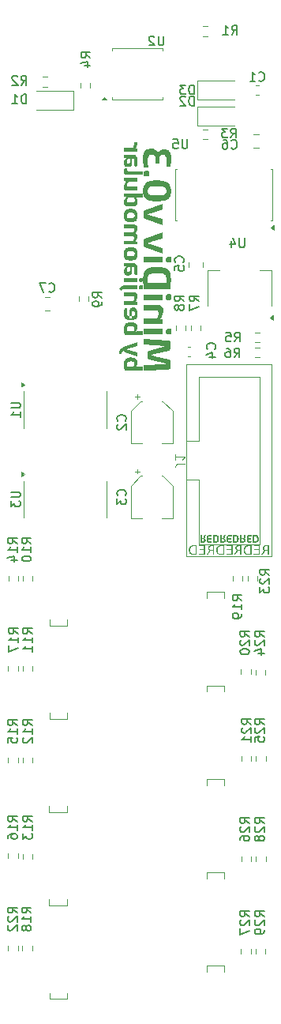
<source format=gbr>
%TF.GenerationSoftware,KiCad,Pcbnew,8.0.5+1*%
%TF.CreationDate,2024-11-27T03:26:14+08:00*%
%TF.ProjectId,MiniDiv v0.3 - Main,4d696e69-4469-4762-9076-302e33202d20,0.3*%
%TF.SameCoordinates,Original*%
%TF.FileFunction,Legend,Bot*%
%TF.FilePolarity,Positive*%
%FSLAX46Y46*%
G04 Gerber Fmt 4.6, Leading zero omitted, Abs format (unit mm)*
G04 Created by KiCad (PCBNEW 8.0.5+1) date 2024-11-27 03:26:14*
%MOMM*%
%LPD*%
G01*
G04 APERTURE LIST*
%ADD10C,0.150000*%
%ADD11C,0.600000*%
%ADD12C,0.400000*%
%ADD13C,0.100000*%
%ADD14C,0.160000*%
%ADD15C,0.120000*%
G04 APERTURE END LIST*
D10*
G36*
X119162002Y-108200000D02*
G01*
X119023272Y-108200000D01*
X119023272Y-107762316D01*
X118872086Y-107762316D01*
X118837640Y-107763941D01*
X118786366Y-107774285D01*
X118741905Y-107796266D01*
X118729891Y-107805849D01*
X118696381Y-107843496D01*
X118668449Y-107886621D01*
X118643230Y-107934263D01*
X118512072Y-108200000D01*
X118363084Y-108200000D01*
X118503768Y-107916922D01*
X118506424Y-107911569D01*
X118530305Y-107866638D01*
X118556795Y-107823556D01*
X118588520Y-107781367D01*
X118593811Y-107775334D01*
X118631385Y-107740579D01*
X118675471Y-107716887D01*
X118670137Y-107715292D01*
X118621212Y-107695113D01*
X118580302Y-107667254D01*
X118544556Y-107627739D01*
X118536525Y-107615359D01*
X118515459Y-107569907D01*
X118503171Y-107518015D01*
X118499616Y-107465806D01*
X118499674Y-107464584D01*
X118645917Y-107464584D01*
X118649974Y-107513236D01*
X118665953Y-107563045D01*
X118697208Y-107605268D01*
X118703782Y-107611036D01*
X118746826Y-107636105D01*
X118796075Y-107649128D01*
X118848639Y-107652896D01*
X119023272Y-107652896D01*
X119023272Y-107277739D01*
X118848639Y-107277739D01*
X118836283Y-107277923D01*
X118785455Y-107283309D01*
X118738133Y-107298040D01*
X118697208Y-107324877D01*
X118668006Y-107362543D01*
X118650926Y-107411061D01*
X118645917Y-107464584D01*
X118499674Y-107464584D01*
X118501733Y-107420937D01*
X118509861Y-107371958D01*
X118527050Y-107321524D01*
X118552537Y-107278312D01*
X118586322Y-107242323D01*
X118591813Y-107237770D01*
X118635140Y-107209946D01*
X118687022Y-107189204D01*
X118738302Y-107177063D01*
X118795867Y-107170124D01*
X118848639Y-107168318D01*
X119162002Y-107168318D01*
X119162002Y-108200000D01*
G37*
G36*
X118189916Y-107168318D02*
G01*
X117541451Y-107168318D01*
X117541451Y-107277739D01*
X118051186Y-107277739D01*
X118051186Y-107590369D01*
X117562700Y-107590369D01*
X117562700Y-107699790D01*
X118051186Y-107699790D01*
X118051186Y-108090579D01*
X117528995Y-108090579D01*
X117528995Y-108200000D01*
X118189916Y-108200000D01*
X118189916Y-107168318D01*
G37*
G36*
X117305757Y-108200000D02*
G01*
X117020481Y-108200000D01*
X117002087Y-108199877D01*
X116948742Y-108198046D01*
X116898154Y-108194016D01*
X116834990Y-108185223D01*
X116776727Y-108172522D01*
X116723364Y-108155914D01*
X116674901Y-108135397D01*
X116631338Y-108110973D01*
X116583775Y-108074947D01*
X116566798Y-108058762D01*
X116529148Y-108013458D01*
X116498343Y-107961237D01*
X116478628Y-107914480D01*
X116463294Y-107863295D01*
X116452342Y-107807684D01*
X116445770Y-107747646D01*
X116443579Y-107683182D01*
X116589881Y-107683182D01*
X116589977Y-107696276D01*
X116592290Y-107746443D01*
X116599517Y-107804182D01*
X116611562Y-107856400D01*
X116628425Y-107903096D01*
X116655021Y-107951842D01*
X116688555Y-107992637D01*
X116694818Y-107998663D01*
X116737064Y-108030800D01*
X116787314Y-108056051D01*
X116835301Y-108071832D01*
X116888846Y-108082831D01*
X116947949Y-108089048D01*
X116999232Y-108090579D01*
X117167027Y-108090579D01*
X117167027Y-107277739D01*
X116999232Y-107277739D01*
X116986078Y-107277834D01*
X116935683Y-107280124D01*
X116877692Y-107287279D01*
X116825259Y-107299205D01*
X116778383Y-107315901D01*
X116729468Y-107342234D01*
X116688555Y-107375436D01*
X116682484Y-107381651D01*
X116650107Y-107423554D01*
X116624667Y-107473357D01*
X116608768Y-107520894D01*
X116597686Y-107573916D01*
X116591423Y-107632425D01*
X116589881Y-107683182D01*
X116443579Y-107683182D01*
X116444124Y-107650546D01*
X116448482Y-107588577D01*
X116457199Y-107531012D01*
X116470273Y-107477851D01*
X116487706Y-107429094D01*
X116509497Y-107384741D01*
X116542865Y-107335493D01*
X116583042Y-107293126D01*
X116601094Y-107278012D01*
X116651642Y-107244495D01*
X116697653Y-107222068D01*
X116748618Y-107203542D01*
X116804536Y-107188916D01*
X116865408Y-107178190D01*
X116914313Y-107172705D01*
X116966004Y-107169415D01*
X117020481Y-107168318D01*
X117305757Y-107168318D01*
X117305757Y-108200000D01*
G37*
G36*
X116228157Y-108200000D02*
G01*
X116089427Y-108200000D01*
X116089427Y-107762316D01*
X115938241Y-107762316D01*
X115903795Y-107763941D01*
X115852521Y-107774285D01*
X115808060Y-107796266D01*
X115796046Y-107805849D01*
X115762536Y-107843496D01*
X115734603Y-107886621D01*
X115709385Y-107934263D01*
X115578227Y-108200000D01*
X115429239Y-108200000D01*
X115569923Y-107916922D01*
X115572579Y-107911569D01*
X115596460Y-107866638D01*
X115622950Y-107823556D01*
X115654675Y-107781367D01*
X115659966Y-107775334D01*
X115697540Y-107740579D01*
X115741625Y-107716887D01*
X115736292Y-107715292D01*
X115687367Y-107695113D01*
X115646457Y-107667254D01*
X115610711Y-107627739D01*
X115602680Y-107615359D01*
X115581614Y-107569907D01*
X115569325Y-107518015D01*
X115565771Y-107465806D01*
X115565829Y-107464584D01*
X115712072Y-107464584D01*
X115716129Y-107513236D01*
X115732108Y-107563045D01*
X115763363Y-107605268D01*
X115769937Y-107611036D01*
X115812981Y-107636105D01*
X115862230Y-107649128D01*
X115914794Y-107652896D01*
X116089427Y-107652896D01*
X116089427Y-107277739D01*
X115914794Y-107277739D01*
X115902438Y-107277923D01*
X115851610Y-107283309D01*
X115804288Y-107298040D01*
X115763363Y-107324877D01*
X115734161Y-107362543D01*
X115717081Y-107411061D01*
X115712072Y-107464584D01*
X115565829Y-107464584D01*
X115567887Y-107420937D01*
X115576016Y-107371958D01*
X115593205Y-107321524D01*
X115618692Y-107278312D01*
X115652477Y-107242323D01*
X115657968Y-107237770D01*
X115701295Y-107209946D01*
X115753177Y-107189204D01*
X115804456Y-107177063D01*
X115862021Y-107170124D01*
X115914794Y-107168318D01*
X116228157Y-107168318D01*
X116228157Y-108200000D01*
G37*
G36*
X115256071Y-107168318D02*
G01*
X114607606Y-107168318D01*
X114607606Y-107277739D01*
X115117341Y-107277739D01*
X115117341Y-107590369D01*
X114628855Y-107590369D01*
X114628855Y-107699790D01*
X115117341Y-107699790D01*
X115117341Y-108090579D01*
X114595150Y-108090579D01*
X114595150Y-108200000D01*
X115256071Y-108200000D01*
X115256071Y-107168318D01*
G37*
G36*
X114371912Y-108200000D02*
G01*
X114086636Y-108200000D01*
X114068242Y-108199877D01*
X114014897Y-108198046D01*
X113964309Y-108194016D01*
X113901145Y-108185223D01*
X113842882Y-108172522D01*
X113789519Y-108155914D01*
X113741056Y-108135397D01*
X113697493Y-108110973D01*
X113649930Y-108074947D01*
X113632953Y-108058762D01*
X113595303Y-108013458D01*
X113564498Y-107961237D01*
X113544783Y-107914480D01*
X113529449Y-107863295D01*
X113518497Y-107807684D01*
X113511925Y-107747646D01*
X113509734Y-107683182D01*
X113656036Y-107683182D01*
X113656132Y-107696276D01*
X113658445Y-107746443D01*
X113665672Y-107804182D01*
X113677717Y-107856400D01*
X113694580Y-107903096D01*
X113721176Y-107951842D01*
X113754710Y-107992637D01*
X113760973Y-107998663D01*
X113803219Y-108030800D01*
X113853468Y-108056051D01*
X113901456Y-108071832D01*
X113955001Y-108082831D01*
X114014103Y-108089048D01*
X114065387Y-108090579D01*
X114233182Y-108090579D01*
X114233182Y-107277739D01*
X114065387Y-107277739D01*
X114052233Y-107277834D01*
X114001838Y-107280124D01*
X113943847Y-107287279D01*
X113891414Y-107299205D01*
X113844538Y-107315901D01*
X113795622Y-107342234D01*
X113754710Y-107375436D01*
X113748639Y-107381651D01*
X113716262Y-107423554D01*
X113690822Y-107473357D01*
X113674923Y-107520894D01*
X113663841Y-107573916D01*
X113657578Y-107632425D01*
X113656036Y-107683182D01*
X113509734Y-107683182D01*
X113510279Y-107650546D01*
X113514637Y-107588577D01*
X113523354Y-107531012D01*
X113536428Y-107477851D01*
X113553861Y-107429094D01*
X113575652Y-107384741D01*
X113609020Y-107335493D01*
X113649197Y-107293126D01*
X113667249Y-107278012D01*
X113717797Y-107244495D01*
X113763808Y-107222068D01*
X113814773Y-107203542D01*
X113870691Y-107188916D01*
X113931563Y-107178190D01*
X113980468Y-107172705D01*
X114032159Y-107169415D01*
X114086636Y-107168318D01*
X114371912Y-107168318D01*
X114371912Y-108200000D01*
G37*
G36*
X113294312Y-108200000D02*
G01*
X113155582Y-108200000D01*
X113155582Y-107762316D01*
X113004396Y-107762316D01*
X112969950Y-107763941D01*
X112918676Y-107774285D01*
X112874214Y-107796266D01*
X112862201Y-107805849D01*
X112828691Y-107843496D01*
X112800758Y-107886621D01*
X112775540Y-107934263D01*
X112644382Y-108200000D01*
X112495394Y-108200000D01*
X112636078Y-107916922D01*
X112638734Y-107911569D01*
X112662615Y-107866638D01*
X112689105Y-107823556D01*
X112720830Y-107781367D01*
X112726121Y-107775334D01*
X112763695Y-107740579D01*
X112807780Y-107716887D01*
X112802447Y-107715292D01*
X112753522Y-107695113D01*
X112712612Y-107667254D01*
X112676866Y-107627739D01*
X112668835Y-107615359D01*
X112647769Y-107569907D01*
X112635480Y-107518015D01*
X112631926Y-107465806D01*
X112631984Y-107464584D01*
X112778227Y-107464584D01*
X112782284Y-107513236D01*
X112798263Y-107563045D01*
X112829518Y-107605268D01*
X112836092Y-107611036D01*
X112879136Y-107636105D01*
X112928385Y-107649128D01*
X112980949Y-107652896D01*
X113155582Y-107652896D01*
X113155582Y-107277739D01*
X112980949Y-107277739D01*
X112968593Y-107277923D01*
X112917765Y-107283309D01*
X112870443Y-107298040D01*
X112829518Y-107324877D01*
X112800316Y-107362543D01*
X112783236Y-107411061D01*
X112778227Y-107464584D01*
X112631984Y-107464584D01*
X112634042Y-107420937D01*
X112642171Y-107371958D01*
X112659360Y-107321524D01*
X112684847Y-107278312D01*
X112718632Y-107242323D01*
X112724123Y-107237770D01*
X112767450Y-107209946D01*
X112819332Y-107189204D01*
X112870611Y-107177063D01*
X112928176Y-107170124D01*
X112980949Y-107168318D01*
X113294312Y-107168318D01*
X113294312Y-108200000D01*
G37*
G36*
X112322226Y-107168318D02*
G01*
X111673761Y-107168318D01*
X111673761Y-107277739D01*
X112183496Y-107277739D01*
X112183496Y-107590369D01*
X111695010Y-107590369D01*
X111695010Y-107699790D01*
X112183496Y-107699790D01*
X112183496Y-108090579D01*
X111661304Y-108090579D01*
X111661304Y-108200000D01*
X112322226Y-108200000D01*
X112322226Y-107168318D01*
G37*
G36*
X111438066Y-108200000D02*
G01*
X111152791Y-108200000D01*
X111134397Y-108199877D01*
X111081052Y-108198046D01*
X111030464Y-108194016D01*
X110967300Y-108185223D01*
X110909037Y-108172522D01*
X110855674Y-108155914D01*
X110807211Y-108135397D01*
X110763648Y-108110973D01*
X110716085Y-108074947D01*
X110699108Y-108058762D01*
X110661458Y-108013458D01*
X110630653Y-107961237D01*
X110610938Y-107914480D01*
X110595604Y-107863295D01*
X110584651Y-107807684D01*
X110578080Y-107747646D01*
X110575889Y-107683182D01*
X110722191Y-107683182D01*
X110722287Y-107696276D01*
X110724600Y-107746443D01*
X110731827Y-107804182D01*
X110743872Y-107856400D01*
X110760735Y-107903096D01*
X110787331Y-107951842D01*
X110820865Y-107992637D01*
X110827128Y-107998663D01*
X110869374Y-108030800D01*
X110919623Y-108056051D01*
X110967611Y-108071832D01*
X111021156Y-108082831D01*
X111080258Y-108089048D01*
X111131542Y-108090579D01*
X111299337Y-108090579D01*
X111299337Y-107277739D01*
X111131542Y-107277739D01*
X111118387Y-107277834D01*
X111067993Y-107280124D01*
X111010002Y-107287279D01*
X110957569Y-107299205D01*
X110910693Y-107315901D01*
X110861777Y-107342234D01*
X110820865Y-107375436D01*
X110814794Y-107381651D01*
X110782417Y-107423554D01*
X110756977Y-107473357D01*
X110741078Y-107520894D01*
X110729996Y-107573916D01*
X110723732Y-107632425D01*
X110722191Y-107683182D01*
X110575889Y-107683182D01*
X110576434Y-107650546D01*
X110580792Y-107588577D01*
X110589509Y-107531012D01*
X110602583Y-107477851D01*
X110620016Y-107429094D01*
X110641807Y-107384741D01*
X110675175Y-107335493D01*
X110715352Y-107293126D01*
X110733404Y-107278012D01*
X110783952Y-107244495D01*
X110829963Y-107222068D01*
X110880928Y-107203542D01*
X110936846Y-107188916D01*
X110997718Y-107178190D01*
X111046622Y-107172705D01*
X111098313Y-107169415D01*
X111152791Y-107168318D01*
X111438066Y-107168318D01*
X111438066Y-108200000D01*
G37*
D11*
G36*
X108607941Y-85443021D02*
G01*
X108569123Y-85293562D01*
X108440495Y-85215103D01*
X108372735Y-85207815D01*
X105710000Y-85096441D01*
X105710000Y-85690683D01*
X108114815Y-85787404D01*
X108114815Y-85862875D01*
X106306441Y-86328890D01*
X106168696Y-86395889D01*
X106108089Y-86530207D01*
X106104940Y-86580949D01*
X106104940Y-86982484D01*
X106138196Y-87128268D01*
X106259214Y-87226757D01*
X106306441Y-87240404D01*
X108114815Y-87708618D01*
X108114815Y-87782623D01*
X105710000Y-87868353D01*
X105710000Y-88462595D01*
X108372735Y-88355617D01*
X108516064Y-88317424D01*
X108599672Y-88195768D01*
X108607941Y-88118213D01*
X108607941Y-87515910D01*
X108568952Y-87366746D01*
X108440646Y-87275716D01*
X108404242Y-87266050D01*
X106944647Y-86890160D01*
X106798831Y-86857837D01*
X106740949Y-86847662D01*
X106591973Y-86822300D01*
X106532854Y-86811758D01*
X106532854Y-86755338D01*
X106683014Y-86726685D01*
X106740949Y-86716503D01*
X106890221Y-86688196D01*
X106949043Y-86675471D01*
X108404242Y-86306175D01*
X108543489Y-86236592D01*
X108604758Y-86102213D01*
X108607941Y-86051919D01*
X108607941Y-85443021D01*
G37*
G36*
X107782889Y-83971702D02*
G01*
X105710000Y-83971702D01*
X105710000Y-84586461D01*
X107782889Y-84586461D01*
X107782889Y-83971702D01*
G37*
G36*
X108698066Y-84143893D02*
G01*
X108645954Y-84000961D01*
X108513419Y-83960711D01*
X108287006Y-83960711D01*
X108142358Y-84012410D01*
X108101625Y-84143893D01*
X108101625Y-84414270D01*
X108153945Y-84557202D01*
X108287006Y-84597452D01*
X108513419Y-84597452D01*
X108657495Y-84545754D01*
X108698066Y-84414270D01*
X108698066Y-84143893D01*
G37*
G36*
X107837110Y-82005059D02*
G01*
X107823068Y-81835766D01*
X107780939Y-81695166D01*
X107693312Y-81564323D01*
X107565242Y-81474798D01*
X107396729Y-81426593D01*
X107261919Y-81417411D01*
X105710000Y-81417411D01*
X105710000Y-82036566D01*
X107070676Y-82036566D01*
X107220574Y-82060463D01*
X107261919Y-82087124D01*
X107313851Y-82230018D01*
X107314675Y-82259316D01*
X107297983Y-82413412D01*
X107261919Y-82537752D01*
X107205378Y-82676178D01*
X107140394Y-82815145D01*
X107102184Y-82891660D01*
X107446566Y-82920969D01*
X107546895Y-82793799D01*
X107632734Y-82665353D01*
X107704082Y-82535632D01*
X107737459Y-82463014D01*
X107790010Y-82318171D01*
X107823097Y-82174903D01*
X107837013Y-82019126D01*
X107837110Y-82005059D01*
G37*
G36*
X107782889Y-82948080D02*
G01*
X107373293Y-82878471D01*
X107316140Y-82826448D01*
X105710000Y-82826448D01*
X105710000Y-83445603D01*
X107782889Y-83445603D01*
X107782889Y-82948080D01*
G37*
G36*
X107782889Y-80290474D02*
G01*
X105710000Y-80290474D01*
X105710000Y-80905233D01*
X107782889Y-80905233D01*
X107782889Y-80290474D01*
G37*
G36*
X108698066Y-80462665D02*
G01*
X108645954Y-80319733D01*
X108513419Y-80279483D01*
X108287006Y-80279483D01*
X108142358Y-80331182D01*
X108101625Y-80462665D01*
X108101625Y-80733042D01*
X108153945Y-80875974D01*
X108287006Y-80916224D01*
X108513419Y-80916224D01*
X108657495Y-80864525D01*
X108698066Y-80733042D01*
X108698066Y-80462665D01*
G37*
G36*
X108648241Y-78590544D02*
G01*
X108643707Y-78426000D01*
X108630106Y-78274555D01*
X108603966Y-78119834D01*
X108575701Y-78010956D01*
X108520918Y-77871522D01*
X108438838Y-77738808D01*
X108333900Y-77627739D01*
X108203508Y-77536930D01*
X108060626Y-77470755D01*
X107912209Y-77424535D01*
X107876678Y-77415980D01*
X107724133Y-77386808D01*
X107576005Y-77368120D01*
X107414203Y-77355813D01*
X107264632Y-77350344D01*
X107159337Y-77349302D01*
X107002793Y-77351646D01*
X106856296Y-77358678D01*
X106698080Y-77372808D01*
X106534006Y-77396771D01*
X106440530Y-77415980D01*
X106288295Y-77459392D01*
X106141034Y-77522447D01*
X106016813Y-77601101D01*
X105984040Y-77627739D01*
X105879102Y-77738808D01*
X105797022Y-77871522D01*
X105742240Y-78010956D01*
X105704372Y-78169566D01*
X105682283Y-78329812D01*
X105672185Y-78486169D01*
X105670432Y-78590544D01*
X105671165Y-78752202D01*
X105673363Y-78907449D01*
X105677027Y-79056284D01*
X105682156Y-79198709D01*
X105688802Y-79353069D01*
X105696375Y-79502908D01*
X105705878Y-79664094D01*
X105710000Y-79727006D01*
X106184808Y-79462491D01*
X106176032Y-79309579D01*
X106169850Y-79160652D01*
X106167222Y-79080006D01*
X106163885Y-78922663D01*
X106162053Y-78769706D01*
X106161366Y-78607304D01*
X106161360Y-78590544D01*
X106173622Y-78441411D01*
X106218922Y-78300240D01*
X106248555Y-78250558D01*
X106358797Y-78150405D01*
X106500442Y-78089392D01*
X106552637Y-78075436D01*
X106705394Y-78048001D01*
X106851711Y-78033370D01*
X107019460Y-78025241D01*
X107159337Y-78023412D01*
X107321033Y-78025901D01*
X107485737Y-78034843D01*
X107645410Y-78052675D01*
X107764570Y-78075436D01*
X107909548Y-78124105D01*
X108032586Y-78206671D01*
X108070118Y-78250558D01*
X108133756Y-78386935D01*
X108157393Y-78537948D01*
X108158778Y-78590544D01*
X108158564Y-78746621D01*
X108157832Y-78905412D01*
X108156580Y-79050697D01*
X108155241Y-79200380D01*
X108154519Y-79347178D01*
X108154382Y-79443440D01*
X108607941Y-79727006D01*
X108617973Y-79567251D01*
X108626145Y-79419678D01*
X108633506Y-79268512D01*
X108636517Y-79200174D01*
X108642184Y-79040565D01*
X108645665Y-78890905D01*
X108647680Y-78733918D01*
X108648241Y-78590544D01*
G37*
G36*
X108607941Y-79085868D02*
G01*
X105710000Y-79085868D01*
X105710000Y-79727006D01*
X108607941Y-79727006D01*
X108607941Y-79085868D01*
G37*
G36*
X107782889Y-76266329D02*
G01*
X105710000Y-76266329D01*
X105710000Y-76881088D01*
X107782889Y-76881088D01*
X107782889Y-76266329D01*
G37*
G36*
X108698066Y-76438520D02*
G01*
X108645954Y-76295588D01*
X108513419Y-76255338D01*
X108287006Y-76255338D01*
X108142358Y-76307037D01*
X108101625Y-76438520D01*
X108101625Y-76708897D01*
X108153945Y-76851829D01*
X108287006Y-76892079D01*
X108513419Y-76892079D01*
X108657495Y-76840380D01*
X108698066Y-76708897D01*
X108698066Y-76438520D01*
G37*
G36*
X107782889Y-73652686D02*
G01*
X105857278Y-74337787D01*
X105749567Y-74413258D01*
X105710000Y-74539288D01*
X105710000Y-75077110D01*
X105749567Y-75201674D01*
X105857278Y-75278611D01*
X107782889Y-75962979D01*
X107782889Y-75305722D01*
X106486692Y-74925436D01*
X106339752Y-74887100D01*
X106297648Y-74877808D01*
X106150798Y-74844607D01*
X106110802Y-74835310D01*
X106110802Y-74780355D01*
X106257544Y-74743969D01*
X106299113Y-74733461D01*
X106446160Y-74696127D01*
X106486692Y-74685833D01*
X107782889Y-74308478D01*
X107782889Y-73652686D01*
G37*
G36*
X107782889Y-70557641D02*
G01*
X105857278Y-71242742D01*
X105749567Y-71318213D01*
X105710000Y-71444242D01*
X105710000Y-71982065D01*
X105749567Y-72106629D01*
X105857278Y-72183565D01*
X107782889Y-72867934D01*
X107782889Y-72210676D01*
X106486692Y-71830390D01*
X106339752Y-71792054D01*
X106297648Y-71782763D01*
X106150798Y-71749561D01*
X106110802Y-71740265D01*
X106110802Y-71685310D01*
X106257544Y-71648924D01*
X106299113Y-71638415D01*
X106446160Y-71601081D01*
X106486692Y-71590788D01*
X107782889Y-71213433D01*
X107782889Y-70557641D01*
G37*
G36*
X107260844Y-68081219D02*
G01*
X107421379Y-68086926D01*
X107571109Y-68097820D01*
X107736522Y-68117741D01*
X107886376Y-68145133D01*
X108041542Y-68186531D01*
X108159222Y-68231045D01*
X108295853Y-68305783D01*
X108421864Y-68410884D01*
X108518548Y-68538241D01*
X108552723Y-68602297D01*
X108607403Y-68746553D01*
X108640296Y-68890434D01*
X108659235Y-69050793D01*
X108664361Y-69201360D01*
X108663791Y-69252448D01*
X108652827Y-69420842D01*
X108627908Y-69573037D01*
X108582341Y-69727139D01*
X108518548Y-69860083D01*
X108445884Y-69960526D01*
X108326390Y-70070193D01*
X108195552Y-70149282D01*
X108041542Y-70211060D01*
X107977635Y-70229917D01*
X107813394Y-70266702D01*
X107655760Y-70290195D01*
X107482567Y-70306269D01*
X107326354Y-70313997D01*
X107159337Y-70316573D01*
X107057692Y-70315646D01*
X106896928Y-70309979D01*
X106746969Y-70299159D01*
X106581281Y-70279376D01*
X106431152Y-70252173D01*
X106275666Y-70211060D01*
X106158235Y-70166349D01*
X106021856Y-70091588D01*
X105896018Y-69986790D01*
X105799392Y-69860083D01*
X105765217Y-69796256D01*
X105710538Y-69652733D01*
X105677644Y-69509794D01*
X105658706Y-69350657D01*
X105653654Y-69203558D01*
X106153300Y-69203558D01*
X106158755Y-69294564D01*
X106199462Y-69436566D01*
X106234539Y-69490619D01*
X106355533Y-69583845D01*
X106377032Y-69593741D01*
X106517144Y-69637384D01*
X106662547Y-69661514D01*
X106687499Y-69664264D01*
X106839270Y-69676221D01*
X106998581Y-69682432D01*
X107159337Y-69684228D01*
X107196654Y-69684140D01*
X107354241Y-69681544D01*
X107509488Y-69674446D01*
X107656127Y-69661514D01*
X107668270Y-69660018D01*
X107820701Y-69632770D01*
X107961674Y-69583845D01*
X108018810Y-69549977D01*
X108118478Y-69436566D01*
X108148366Y-69353572D01*
X108164640Y-69203558D01*
X108159185Y-69110955D01*
X108118478Y-68965422D01*
X108079123Y-68904279D01*
X107961674Y-68814480D01*
X107947601Y-68807647D01*
X107800934Y-68759975D01*
X107656127Y-68736078D01*
X107631345Y-68733238D01*
X107480110Y-68720896D01*
X107320684Y-68714485D01*
X107159337Y-68712630D01*
X107122191Y-68712722D01*
X106965093Y-68715401D01*
X106809847Y-68722728D01*
X106662547Y-68736078D01*
X106650357Y-68737530D01*
X106497286Y-68764618D01*
X106355533Y-68814480D01*
X106298752Y-68848637D01*
X106199462Y-68965422D01*
X106169574Y-69050677D01*
X106153300Y-69203558D01*
X105653654Y-69203558D01*
X105653579Y-69201360D01*
X105654149Y-69149826D01*
X105665113Y-68980050D01*
X105690033Y-68826753D01*
X105735599Y-68671735D01*
X105799392Y-68538241D01*
X105872021Y-68437262D01*
X105991367Y-68327215D01*
X106121976Y-68248080D01*
X106275666Y-68186531D01*
X106339710Y-68167544D01*
X106504272Y-68130503D01*
X106662180Y-68106847D01*
X106835648Y-68090661D01*
X106992090Y-68082880D01*
X107159337Y-68080286D01*
X107260844Y-68081219D01*
G37*
G36*
X106346008Y-67283077D02*
G01*
X106316938Y-67136800D01*
X106298381Y-67112351D01*
X106157250Y-67065468D01*
X106127655Y-67064724D01*
X105928353Y-67064724D01*
X105782075Y-67093793D01*
X105757627Y-67112351D01*
X105710744Y-67253482D01*
X105710000Y-67283077D01*
X105710000Y-67440614D01*
X105739069Y-67585943D01*
X105757627Y-67610607D01*
X105898757Y-67658211D01*
X105928353Y-67658967D01*
X106127655Y-67658967D01*
X106273932Y-67629450D01*
X106298381Y-67610607D01*
X106345264Y-67469877D01*
X106346008Y-67440614D01*
X106346008Y-67283077D01*
G37*
G36*
X108664361Y-65709909D02*
G01*
X108660560Y-65545274D01*
X108649157Y-65397950D01*
X108627242Y-65252902D01*
X108603545Y-65155233D01*
X108545773Y-65015133D01*
X108455747Y-64899404D01*
X108395450Y-64852616D01*
X108257879Y-64791417D01*
X108112571Y-64764002D01*
X107990251Y-64758094D01*
X107835936Y-64764383D01*
X107686792Y-64785220D01*
X107637808Y-64796196D01*
X107498773Y-64848953D01*
X107387948Y-64931018D01*
X107303587Y-65057614D01*
X107261753Y-65198824D01*
X107259720Y-65210188D01*
X107242868Y-65210188D01*
X107206237Y-65056098D01*
X107140520Y-64919828D01*
X107037818Y-64812411D01*
X107015722Y-64797662D01*
X106875435Y-64732898D01*
X106719501Y-64696262D01*
X106556035Y-64681398D01*
X106516734Y-64680425D01*
X106355322Y-64686305D01*
X106196640Y-64711464D01*
X106047215Y-64761784D01*
X106022875Y-64773482D01*
X105893766Y-64862886D01*
X105793302Y-64987118D01*
X105742240Y-65089288D01*
X105695485Y-65241171D01*
X105668212Y-65403440D01*
X105655744Y-65568018D01*
X105653579Y-65680600D01*
X105655869Y-65837406D01*
X105662739Y-65995501D01*
X105674187Y-66154884D01*
X105677027Y-66186915D01*
X105692082Y-66345167D01*
X105708855Y-66500271D01*
X105727345Y-66652226D01*
X105731249Y-66682240D01*
X106199462Y-66656594D01*
X106189963Y-66505598D01*
X106181144Y-66354710D01*
X106173993Y-66201352D01*
X106170886Y-66101186D01*
X106168367Y-65947485D01*
X106167955Y-65852791D01*
X106173759Y-65701555D01*
X106196840Y-65554598D01*
X106203126Y-65531856D01*
X106280200Y-65401510D01*
X106333551Y-65363328D01*
X106481185Y-65319880D01*
X106598066Y-65312770D01*
X106744504Y-65325169D01*
X106825945Y-65347941D01*
X106941776Y-65439765D01*
X106964431Y-65479099D01*
X107003423Y-65625115D01*
X107009860Y-65761933D01*
X107005464Y-66310013D01*
X107427515Y-66310013D01*
X107427515Y-65761933D01*
X107439823Y-65611437D01*
X107459023Y-65542847D01*
X107543286Y-65422679D01*
X107667850Y-65370655D01*
X107817336Y-65358943D01*
X107822456Y-65358932D01*
X107970833Y-65376849D01*
X108033482Y-65402163D01*
X108123666Y-65524076D01*
X108128736Y-65542114D01*
X108150776Y-65695472D01*
X108154382Y-65816887D01*
X108153776Y-65965273D01*
X108151732Y-66123199D01*
X108149253Y-66238939D01*
X108144844Y-66396463D01*
X108139554Y-66548252D01*
X108137529Y-66597976D01*
X108586692Y-66625087D01*
X108609733Y-66478799D01*
X108630119Y-66319535D01*
X108645310Y-66162002D01*
X108656156Y-66005769D01*
X108662501Y-65850401D01*
X108664361Y-65709909D01*
G37*
D12*
G36*
X105058073Y-87560990D02*
G01*
X105050103Y-87449079D01*
X105026190Y-87351846D01*
X104979341Y-87258698D01*
X104911671Y-87184723D01*
X104891500Y-87169225D01*
X104794658Y-87117079D01*
X104687681Y-87083673D01*
X104579466Y-87064118D01*
X104477638Y-87054225D01*
X104365219Y-87050151D01*
X104341465Y-87050034D01*
X104234707Y-87053555D01*
X104134067Y-87064118D01*
X104047885Y-87079832D01*
X103952607Y-87108065D01*
X103860088Y-87152759D01*
X103814877Y-87182903D01*
X103741644Y-87252192D01*
X103687067Y-87333467D01*
X103661004Y-87388555D01*
X103629856Y-87488292D01*
X103612759Y-87594691D01*
X103606508Y-87703256D01*
X103606294Y-87729030D01*
X103608775Y-87828787D01*
X103612644Y-87897069D01*
X103621322Y-87999517D01*
X103632184Y-88091974D01*
X103647205Y-88188817D01*
X103665889Y-88281018D01*
X103692836Y-88378390D01*
X103714249Y-88434891D01*
X103953607Y-88104187D01*
X103928363Y-88007419D01*
X103924298Y-87987438D01*
X103909918Y-87889161D01*
X103907201Y-87856036D01*
X103904398Y-87757755D01*
X103904759Y-87737822D01*
X103921282Y-87637088D01*
X103946280Y-87584438D01*
X104024991Y-87521070D01*
X104078171Y-87501884D01*
X104174449Y-87484186D01*
X104279595Y-87476904D01*
X104340000Y-87475994D01*
X104437706Y-87478476D01*
X104538685Y-87488814D01*
X104579357Y-87496999D01*
X104669678Y-87539083D01*
X104699525Y-87572714D01*
X104731261Y-87668742D01*
X104734696Y-87726587D01*
X104722331Y-87825196D01*
X104695617Y-87894626D01*
X104647340Y-87979793D01*
X104593524Y-88063642D01*
X104787941Y-88093440D01*
X104857700Y-88023437D01*
X104923356Y-87942852D01*
X104927159Y-87937613D01*
X104981625Y-87850662D01*
X105022903Y-87757850D01*
X105049281Y-87660764D01*
X105058073Y-87560990D01*
G37*
G36*
X105599804Y-88021632D02*
G01*
X105150397Y-88019190D01*
X105052125Y-88020804D01*
X104967704Y-88027494D01*
X104869695Y-88043740D01*
X104796245Y-88063642D01*
X104760097Y-88023098D01*
X103694710Y-88021632D01*
X103714249Y-88434891D01*
X105599804Y-88434891D01*
X105599804Y-88021632D01*
G37*
G36*
X105021926Y-85398953D02*
G01*
X103621926Y-85894766D01*
X103525569Y-85932755D01*
X103434474Y-85978088D01*
X103414808Y-85989043D01*
X103332942Y-86042705D01*
X103258009Y-86106847D01*
X103225764Y-86139986D01*
X103164350Y-86219935D01*
X103116642Y-86312139D01*
X103099246Y-86358827D01*
X103075799Y-86461066D01*
X103069754Y-86565767D01*
X103075799Y-86659246D01*
X103312226Y-86690020D01*
X103343271Y-86591283D01*
X103384253Y-86499312D01*
X103432393Y-86424773D01*
X103501099Y-86353679D01*
X103585768Y-86296774D01*
X103630230Y-86275296D01*
X103823182Y-86190300D01*
X103916828Y-86156720D01*
X103974612Y-86140474D01*
X104070996Y-86115277D01*
X104127020Y-86100418D01*
X105021926Y-85840055D01*
X105021926Y-85398953D01*
G37*
G36*
X105021926Y-86498046D02*
G01*
X104127020Y-86234752D01*
X104030112Y-86213337D01*
X104020041Y-86211304D01*
X103923051Y-86192947D01*
X103913063Y-86191277D01*
X103913063Y-86117515D01*
X103640000Y-86247452D01*
X103640000Y-86348080D01*
X103667355Y-86432588D01*
X103739162Y-86482903D01*
X105021926Y-86937683D01*
X105021926Y-86498046D01*
G37*
G36*
X105058073Y-83789881D02*
G01*
X105050103Y-83677969D01*
X105026190Y-83580736D01*
X104979341Y-83487588D01*
X104911671Y-83413613D01*
X104891500Y-83398115D01*
X104794658Y-83345969D01*
X104687681Y-83312564D01*
X104579466Y-83293009D01*
X104477638Y-83283115D01*
X104365219Y-83279041D01*
X104341465Y-83278925D01*
X104234707Y-83282446D01*
X104134067Y-83293009D01*
X104047885Y-83308722D01*
X103952607Y-83336955D01*
X103860088Y-83381649D01*
X103814877Y-83411793D01*
X103741644Y-83481082D01*
X103687067Y-83562358D01*
X103661004Y-83617445D01*
X103629856Y-83717183D01*
X103612759Y-83823581D01*
X103606508Y-83932147D01*
X103606294Y-83957920D01*
X103608775Y-84057678D01*
X103612644Y-84125959D01*
X103621322Y-84228408D01*
X103632184Y-84320865D01*
X103647205Y-84417707D01*
X103665889Y-84509909D01*
X103692836Y-84607280D01*
X103714249Y-84663782D01*
X103953607Y-84333077D01*
X103928363Y-84236310D01*
X103924298Y-84216329D01*
X103909918Y-84118052D01*
X103907201Y-84084926D01*
X103904398Y-83986645D01*
X103904759Y-83966713D01*
X103921282Y-83865979D01*
X103946280Y-83813328D01*
X104024991Y-83749961D01*
X104078171Y-83730774D01*
X104174449Y-83713076D01*
X104279595Y-83705795D01*
X104340000Y-83704884D01*
X104437706Y-83707366D01*
X104538685Y-83717705D01*
X104579357Y-83725889D01*
X104669678Y-83767974D01*
X104699525Y-83801605D01*
X104731261Y-83897632D01*
X104734696Y-83955478D01*
X104722331Y-84054087D01*
X104695617Y-84123517D01*
X104647340Y-84208684D01*
X104593524Y-84292533D01*
X104787941Y-84322330D01*
X104857700Y-84252328D01*
X104923356Y-84171743D01*
X104927159Y-84166503D01*
X104981625Y-84079553D01*
X105022903Y-83986741D01*
X105049281Y-83889654D01*
X105058073Y-83789881D01*
G37*
G36*
X105599804Y-84250523D02*
G01*
X105150397Y-84248080D01*
X105052125Y-84249694D01*
X104967704Y-84256385D01*
X104869695Y-84272631D01*
X104796245Y-84292533D01*
X104760097Y-84251988D01*
X103694710Y-84250523D01*
X103714249Y-84663782D01*
X105599804Y-84663782D01*
X105599804Y-84250523D01*
G37*
G36*
X105058073Y-82344452D02*
G01*
X105055164Y-82239420D01*
X105043989Y-82126259D01*
X105024435Y-82027146D01*
X104991029Y-81929269D01*
X104938883Y-81840823D01*
X104862994Y-81767270D01*
X104768867Y-81717518D01*
X104669888Y-81693277D01*
X104586196Y-81687438D01*
X104487553Y-81694063D01*
X104387138Y-81723884D01*
X104302875Y-81783670D01*
X104249199Y-81868132D01*
X104221855Y-81961967D01*
X104210070Y-82064061D01*
X104208597Y-82121702D01*
X104208597Y-82895952D01*
X104439162Y-82895952D01*
X104439162Y-82235031D01*
X104458326Y-82137933D01*
X104479706Y-82114863D01*
X104575824Y-82088417D01*
X104593524Y-82087997D01*
X104689581Y-82108508D01*
X104730300Y-82144173D01*
X104763043Y-82242518D01*
X104768401Y-82330286D01*
X104761563Y-82432379D01*
X104738115Y-82509071D01*
X104668808Y-82578379D01*
X104619902Y-82597976D01*
X104521134Y-82615857D01*
X104416617Y-82622280D01*
X104366378Y-82622889D01*
X104265771Y-82619883D01*
X104165570Y-82608343D01*
X104099176Y-82592114D01*
X104011747Y-82543737D01*
X103968750Y-82487090D01*
X103940545Y-82392483D01*
X103932638Y-82290969D01*
X103932602Y-82282903D01*
X103934320Y-82182460D01*
X103938586Y-82079608D01*
X103940418Y-82045010D01*
X103947517Y-81938764D01*
X103956196Y-81841372D01*
X103964842Y-81761688D01*
X103708387Y-81722609D01*
X103672697Y-81814970D01*
X103648304Y-81906769D01*
X103630028Y-82004792D01*
X103617335Y-82105607D01*
X103616064Y-82119260D01*
X103609051Y-82219881D01*
X103606304Y-82323898D01*
X103606294Y-82330286D01*
X103609940Y-82440521D01*
X103620880Y-82540846D01*
X103642312Y-82643367D01*
X103677809Y-82743230D01*
X103682498Y-82753314D01*
X103738492Y-82844304D01*
X103810611Y-82918216D01*
X103898853Y-82975050D01*
X103918436Y-82984368D01*
X104015358Y-83018843D01*
X104113384Y-83040016D01*
X104222583Y-83052274D01*
X104327299Y-83055687D01*
X104425713Y-83053145D01*
X104530459Y-83043755D01*
X104636888Y-83024552D01*
X104739688Y-82992146D01*
X104760097Y-82983391D01*
X104851059Y-82929953D01*
X104924274Y-82860010D01*
X104979744Y-82773562D01*
X104988709Y-82754291D01*
X105022239Y-82658477D01*
X105042832Y-82560528D01*
X105054754Y-82450550D01*
X105058073Y-82344452D01*
G37*
G36*
X105058073Y-80457431D02*
G01*
X105048712Y-80344569D01*
X105020626Y-80250836D01*
X104962208Y-80163607D01*
X104876828Y-80103924D01*
X104764486Y-80071787D01*
X104674612Y-80065666D01*
X103640000Y-80065666D01*
X103640000Y-80478436D01*
X104547117Y-80478436D01*
X104647049Y-80494367D01*
X104674612Y-80512142D01*
X104709234Y-80607404D01*
X104709783Y-80626936D01*
X104698655Y-80729667D01*
X104674612Y-80812561D01*
X104636919Y-80904844D01*
X104593596Y-80997489D01*
X104568122Y-81048499D01*
X104797711Y-81068039D01*
X104864596Y-80983258D01*
X104921822Y-80897628D01*
X104969388Y-80811147D01*
X104991639Y-80762735D01*
X105026673Y-80666173D01*
X105048731Y-80570661D01*
X105058009Y-80466810D01*
X105058073Y-80457431D01*
G37*
G36*
X105021926Y-81086113D02*
G01*
X104748862Y-81039706D01*
X104710760Y-81005024D01*
X103640000Y-81005024D01*
X103640000Y-81417794D01*
X105021926Y-81417794D01*
X105021926Y-81086113D01*
G37*
G36*
X105021926Y-79309979D02*
G01*
X103704480Y-79309979D01*
X103602422Y-79317154D01*
X103503428Y-79338679D01*
X103458771Y-79353454D01*
X103366512Y-79394743D01*
X103281831Y-79447964D01*
X103245303Y-79476552D01*
X103173713Y-79546647D01*
X103113732Y-79627546D01*
X103089965Y-79668527D01*
X103270216Y-79896650D01*
X103348503Y-79832216D01*
X103432229Y-79780706D01*
X103476845Y-79760851D01*
X103577467Y-79732801D01*
X103681064Y-79722115D01*
X103704480Y-79721772D01*
X105021926Y-79721772D01*
X105021926Y-79309979D01*
G37*
G36*
X105646210Y-79429169D02*
G01*
X105611469Y-79335024D01*
X105523112Y-79308513D01*
X105371681Y-79308513D01*
X105275631Y-79342565D01*
X105248583Y-79429169D01*
X105248583Y-79609420D01*
X105283325Y-79704708D01*
X105371681Y-79731542D01*
X105523112Y-79731542D01*
X105619162Y-79697076D01*
X105646210Y-79609420D01*
X105646210Y-79429169D01*
G37*
G36*
X105021926Y-78538660D02*
G01*
X103640000Y-78538660D01*
X103640000Y-78948499D01*
X105021926Y-78948499D01*
X105021926Y-78538660D01*
G37*
G36*
X105632044Y-78653454D02*
G01*
X105597303Y-78558166D01*
X105508946Y-78531332D01*
X105358004Y-78531332D01*
X105261572Y-78565798D01*
X105234417Y-78653454D01*
X105234417Y-78833705D01*
X105269296Y-78928993D01*
X105358004Y-78955826D01*
X105508946Y-78955826D01*
X105604996Y-78921361D01*
X105632044Y-78833705D01*
X105632044Y-78653454D01*
G37*
G36*
X105058073Y-77460083D02*
G01*
X105053542Y-77356127D01*
X105038088Y-77254118D01*
X105011667Y-77165038D01*
X104963798Y-77076679D01*
X104888625Y-77003162D01*
X104855840Y-76982344D01*
X104761937Y-76944242D01*
X104655703Y-76924764D01*
X104554445Y-76919818D01*
X103640000Y-76919818D01*
X103640000Y-77247103D01*
X103937976Y-77306210D01*
X103981451Y-77334054D01*
X104555422Y-77334054D01*
X104654125Y-77351638D01*
X104699036Y-77381926D01*
X104737805Y-77477325D01*
X104743000Y-77555338D01*
X104741691Y-77659376D01*
X104738486Y-77764477D01*
X104736161Y-77822540D01*
X104731458Y-77923185D01*
X104725896Y-78025452D01*
X104719475Y-78129341D01*
X104718087Y-78150314D01*
X104992616Y-78187927D01*
X105008809Y-78087148D01*
X105021628Y-77989388D01*
X105025345Y-77957362D01*
X105035512Y-77859405D01*
X105044030Y-77761174D01*
X105048792Y-77695533D01*
X105054801Y-77593048D01*
X105057847Y-77493137D01*
X105058073Y-77460083D01*
G37*
G36*
X104489965Y-77088834D02*
G01*
X104258911Y-77091765D01*
X104257445Y-77707745D01*
X104231846Y-77802727D01*
X104219344Y-77816678D01*
X104124093Y-77849374D01*
X104120181Y-77849406D01*
X104054235Y-77849406D01*
X103958228Y-77820890D01*
X103945792Y-77809351D01*
X103909972Y-77714269D01*
X103908667Y-77683810D01*
X103921920Y-77582600D01*
X103939441Y-77525052D01*
X103979308Y-77434256D01*
X104026392Y-77355059D01*
X104087086Y-77275558D01*
X104156817Y-77205094D01*
X103979009Y-77205094D01*
X103895785Y-77262495D01*
X103873007Y-77280321D01*
X103799682Y-77348208D01*
X103749909Y-77405373D01*
X103693977Y-77487438D01*
X103650858Y-77575910D01*
X103648304Y-77582205D01*
X103619202Y-77682661D01*
X103608116Y-77787461D01*
X103607759Y-77811304D01*
X103616174Y-77915903D01*
X103641419Y-78011713D01*
X103651723Y-78037473D01*
X103702628Y-78123390D01*
X103777274Y-78194449D01*
X103782637Y-78198185D01*
X103873062Y-78240260D01*
X103973534Y-78256288D01*
X103997083Y-78256803D01*
X104141186Y-78256803D01*
X104245263Y-78243585D01*
X104339579Y-78199015D01*
X104397152Y-78144940D01*
X104449994Y-78057828D01*
X104478998Y-77961505D01*
X104489602Y-77860865D01*
X104489965Y-77836706D01*
X104489965Y-77088834D01*
G37*
G36*
X104345360Y-75225817D02*
G01*
X104455679Y-75230054D01*
X104555760Y-75240884D01*
X104657602Y-75261331D01*
X104756189Y-75294626D01*
X104775925Y-75303520D01*
X104864015Y-75358351D01*
X104934454Y-75430450D01*
X104987243Y-75519818D01*
X104991601Y-75529719D01*
X105024595Y-75627934D01*
X105044516Y-75728989D01*
X105054684Y-75828032D01*
X105058073Y-75936985D01*
X105058004Y-75953066D01*
X105053647Y-76060053D01*
X105042510Y-76157269D01*
X105021482Y-76256408D01*
X104987243Y-76352686D01*
X104978097Y-76371949D01*
X104921778Y-76458130D01*
X104847809Y-76527425D01*
X104756189Y-76579832D01*
X104746071Y-76584130D01*
X104645603Y-76616669D01*
X104542089Y-76636315D01*
X104440546Y-76646343D01*
X104328764Y-76649685D01*
X104312320Y-76649617D01*
X104203010Y-76645320D01*
X104103844Y-76634337D01*
X104002933Y-76613599D01*
X103905247Y-76579832D01*
X103885746Y-76570702D01*
X103798544Y-76514917D01*
X103728515Y-76442245D01*
X103675659Y-76352686D01*
X103671301Y-76342786D01*
X103638307Y-76244714D01*
X103618386Y-76143979D01*
X103608218Y-76045367D01*
X103604829Y-75936985D01*
X103904759Y-75936985D01*
X103909773Y-76011357D01*
X103940418Y-76106001D01*
X103978582Y-76149411D01*
X104067424Y-76191974D01*
X104132406Y-76205112D01*
X104230409Y-76214454D01*
X104328764Y-76216887D01*
X104390611Y-76216011D01*
X104489367Y-76209856D01*
X104593524Y-76191974D01*
X104645740Y-76172664D01*
X104721995Y-76106001D01*
X104748292Y-76038452D01*
X104758632Y-75936985D01*
X104753480Y-75862544D01*
X104721995Y-75767480D01*
X104683354Y-75723599D01*
X104593524Y-75681507D01*
X104527998Y-75668627D01*
X104428713Y-75659468D01*
X104328764Y-75657083D01*
X104277690Y-75657679D01*
X104170586Y-75663976D01*
X104067424Y-75681507D01*
X104015771Y-75700397D01*
X103940418Y-75767480D01*
X103914823Y-75835379D01*
X103904759Y-75936985D01*
X103604829Y-75936985D01*
X103604898Y-75920813D01*
X103609255Y-75813276D01*
X103620392Y-75715649D01*
X103641420Y-75616212D01*
X103675659Y-75519818D01*
X103684856Y-75500563D01*
X103741147Y-75414649D01*
X103814610Y-75346003D01*
X103905247Y-75294626D01*
X103915273Y-75290389D01*
X104014823Y-75258305D01*
X104117389Y-75238933D01*
X104218004Y-75229046D01*
X104328764Y-75225750D01*
X104345360Y-75225817D01*
G37*
G36*
X105058073Y-73191207D02*
G01*
X105050384Y-73092804D01*
X105020101Y-72991844D01*
X104960865Y-72905931D01*
X104875044Y-72846099D01*
X104773685Y-72815512D01*
X104674612Y-72807745D01*
X103640000Y-72807745D01*
X103640000Y-73217585D01*
X104547117Y-73217585D01*
X104643355Y-73234838D01*
X104671681Y-73252756D01*
X104708853Y-73345453D01*
X104709783Y-73370481D01*
X104696106Y-73465736D01*
X104657758Y-73558991D01*
X104652142Y-73569783D01*
X104602073Y-73657859D01*
X104568122Y-73713398D01*
X104796245Y-73735868D01*
X104865140Y-73659984D01*
X104929273Y-73576846D01*
X104984722Y-73486826D01*
X104993105Y-73470621D01*
X105030094Y-73379200D01*
X105051729Y-73282931D01*
X105058073Y-73191207D01*
G37*
G36*
X105021926Y-74615143D02*
G01*
X104748862Y-74571667D01*
X104710760Y-74531123D01*
X103640000Y-74531123D01*
X103640000Y-74942428D01*
X105021926Y-74942428D01*
X105021926Y-74615143D01*
G37*
G36*
X105058073Y-74053384D02*
G01*
X105048628Y-73947339D01*
X105016420Y-73850194D01*
X104961353Y-73773482D01*
X104875922Y-73714337D01*
X104774316Y-73683655D01*
X104674612Y-73675296D01*
X103640000Y-73675296D01*
X103640000Y-74072923D01*
X104547117Y-74072923D01*
X104645307Y-74090933D01*
X104673147Y-74111025D01*
X104708889Y-74203710D01*
X104709783Y-74227285D01*
X104697083Y-74321563D01*
X104661019Y-74413352D01*
X104653607Y-74428053D01*
X104605789Y-74513614D01*
X104568122Y-74575575D01*
X104796245Y-74599511D01*
X104865140Y-74523704D01*
X104929273Y-74440833D01*
X104984722Y-74351328D01*
X104993105Y-74335240D01*
X105030094Y-74243752D01*
X105051729Y-74146607D01*
X105058073Y-74053384D01*
G37*
G36*
X104345360Y-71108860D02*
G01*
X104455679Y-71113097D01*
X104555760Y-71123926D01*
X104657602Y-71144374D01*
X104756189Y-71177669D01*
X104775925Y-71186563D01*
X104864015Y-71241393D01*
X104934454Y-71313493D01*
X104987243Y-71402861D01*
X104991601Y-71412762D01*
X105024595Y-71510976D01*
X105044516Y-71612032D01*
X105054684Y-71711074D01*
X105058073Y-71820027D01*
X105058004Y-71836109D01*
X105053647Y-71943095D01*
X105042510Y-72040311D01*
X105021482Y-72139451D01*
X104987243Y-72235729D01*
X104978097Y-72254991D01*
X104921778Y-72341173D01*
X104847809Y-72410467D01*
X104756189Y-72462875D01*
X104746071Y-72467172D01*
X104645603Y-72499711D01*
X104542089Y-72519358D01*
X104440546Y-72529385D01*
X104328764Y-72532728D01*
X104312320Y-72532660D01*
X104203010Y-72528362D01*
X104103844Y-72517379D01*
X104002933Y-72496642D01*
X103905247Y-72462875D01*
X103885746Y-72453744D01*
X103798544Y-72397959D01*
X103728515Y-72325288D01*
X103675659Y-72235729D01*
X103671301Y-72225829D01*
X103638307Y-72127756D01*
X103618386Y-72027021D01*
X103608218Y-71928410D01*
X103604829Y-71820027D01*
X103904759Y-71820027D01*
X103909773Y-71894399D01*
X103940418Y-71989043D01*
X103978582Y-72032454D01*
X104067424Y-72075017D01*
X104132406Y-72088155D01*
X104230409Y-72097497D01*
X104328764Y-72099930D01*
X104390611Y-72099054D01*
X104489367Y-72092899D01*
X104593524Y-72075017D01*
X104645740Y-72055706D01*
X104721995Y-71989043D01*
X104748292Y-71921495D01*
X104758632Y-71820027D01*
X104753480Y-71745587D01*
X104721995Y-71650523D01*
X104683354Y-71606641D01*
X104593524Y-71564549D01*
X104527998Y-71551669D01*
X104428713Y-71542510D01*
X104328764Y-71540125D01*
X104277690Y-71540721D01*
X104170586Y-71547018D01*
X104067424Y-71564549D01*
X104015771Y-71583440D01*
X103940418Y-71650523D01*
X103914823Y-71718422D01*
X103904759Y-71820027D01*
X103604829Y-71820027D01*
X103604898Y-71803856D01*
X103609255Y-71696318D01*
X103620392Y-71598692D01*
X103641420Y-71499255D01*
X103675659Y-71402861D01*
X103684856Y-71383606D01*
X103741147Y-71297691D01*
X103814610Y-71229046D01*
X103905247Y-71177669D01*
X103915273Y-71173431D01*
X104014823Y-71141347D01*
X104117389Y-71121976D01*
X104218004Y-71112088D01*
X104328764Y-71108792D01*
X104345360Y-71108860D01*
G37*
G36*
X105058073Y-70353593D02*
G01*
X105053167Y-70253950D01*
X105038448Y-70157193D01*
X105016552Y-70071737D01*
X104978153Y-69974719D01*
X104924503Y-69886632D01*
X104880265Y-69832868D01*
X104691221Y-69861200D01*
X104719394Y-69955888D01*
X104741046Y-70031193D01*
X104759400Y-70130295D01*
X104763028Y-70208025D01*
X104749564Y-70308924D01*
X104731765Y-70349685D01*
X104652630Y-70413891D01*
X104611598Y-70428332D01*
X104508579Y-70446213D01*
X104408611Y-70452369D01*
X104345373Y-70453244D01*
X104241212Y-70450416D01*
X104142224Y-70439781D01*
X104094291Y-70429309D01*
X104004802Y-70385691D01*
X103976566Y-70353105D01*
X103947257Y-70258033D01*
X103945303Y-70219260D01*
X103954546Y-70118557D01*
X103960446Y-70094207D01*
X103998648Y-70003751D01*
X104008318Y-69987229D01*
X104061729Y-69902614D01*
X104086475Y-69865108D01*
X103882288Y-69835799D01*
X103806631Y-69899623D01*
X103739517Y-69975568D01*
X103685917Y-70055129D01*
X103643928Y-70145212D01*
X103617491Y-70246936D01*
X103606994Y-70348438D01*
X103606294Y-70384368D01*
X103615363Y-70493525D01*
X103642572Y-70588049D01*
X103695878Y-70678160D01*
X103772875Y-70749158D01*
X103795826Y-70763921D01*
X103886885Y-70808080D01*
X103993791Y-70841392D01*
X104098039Y-70861313D01*
X104213930Y-70873266D01*
X104319401Y-70877139D01*
X104341465Y-70877250D01*
X104441053Y-70875206D01*
X104546430Y-70867656D01*
X104652607Y-70852216D01*
X104753882Y-70826159D01*
X104773775Y-70819120D01*
X104862198Y-70777065D01*
X104944630Y-70711485D01*
X104993593Y-70644242D01*
X105032886Y-70548644D01*
X105052973Y-70446892D01*
X105058073Y-70353593D01*
G37*
G36*
X105599804Y-69495812D02*
G01*
X103640000Y-69495812D01*
X103640000Y-69821632D01*
X103893524Y-69863642D01*
X103925764Y-69908583D01*
X104832882Y-69908583D01*
X104870495Y-69891974D01*
X104971990Y-69900458D01*
X105043419Y-69904675D01*
X105144055Y-69907835D01*
X105223182Y-69908583D01*
X105599804Y-69908583D01*
X105599804Y-69495812D01*
G37*
G36*
X105021926Y-68750383D02*
G01*
X104113342Y-68750383D01*
X104014091Y-68732302D01*
X103989267Y-68714235D01*
X103953447Y-68621040D01*
X103952142Y-68590648D01*
X103963508Y-68488963D01*
X103984382Y-68419190D01*
X104026025Y-68322836D01*
X104073708Y-68229262D01*
X104086475Y-68205722D01*
X103859818Y-68173482D01*
X103792378Y-68258159D01*
X103735140Y-68341832D01*
X103683505Y-68433623D01*
X103666378Y-68469993D01*
X103629945Y-68570669D01*
X103608635Y-68673886D01*
X103602386Y-68769923D01*
X103611748Y-68883207D01*
X103639833Y-68977291D01*
X103698251Y-69064846D01*
X103783631Y-69124752D01*
X103895974Y-69157009D01*
X103985847Y-69163154D01*
X105021926Y-69163154D01*
X105021926Y-68750383D01*
G37*
G36*
X105021926Y-67834961D02*
G01*
X103640000Y-67834961D01*
X103640000Y-68160781D01*
X103911598Y-68208653D01*
X103949211Y-68249197D01*
X105021926Y-68249197D01*
X105021926Y-67834961D01*
G37*
G36*
X105599804Y-67081716D02*
G01*
X104082568Y-67083182D01*
X103987475Y-67053274D01*
X103975589Y-67041172D01*
X103942126Y-66947753D01*
X103940907Y-66919050D01*
X103940907Y-66805722D01*
X103662470Y-66759804D01*
X103632672Y-66855059D01*
X103617169Y-66953018D01*
X103614110Y-66981088D01*
X103607815Y-67081427D01*
X103607759Y-67090020D01*
X103615410Y-67188565D01*
X103641857Y-67283648D01*
X103692767Y-67370718D01*
X103704480Y-67384577D01*
X103780383Y-67446318D01*
X103875104Y-67482431D01*
X103977543Y-67493021D01*
X105599804Y-67493021D01*
X105599804Y-67081716D01*
G37*
G36*
X105058073Y-65849755D02*
G01*
X105053542Y-65745799D01*
X105038088Y-65643790D01*
X105011667Y-65554710D01*
X104963798Y-65466351D01*
X104888625Y-65392834D01*
X104855840Y-65372016D01*
X104761937Y-65333914D01*
X104655703Y-65314436D01*
X104554445Y-65309490D01*
X103640000Y-65309490D01*
X103640000Y-65636775D01*
X103937976Y-65695882D01*
X103981451Y-65723726D01*
X104555422Y-65723726D01*
X104654125Y-65741310D01*
X104699036Y-65771598D01*
X104737805Y-65866997D01*
X104743000Y-65945010D01*
X104741691Y-66049048D01*
X104738486Y-66154149D01*
X104736161Y-66212212D01*
X104731458Y-66312857D01*
X104725896Y-66415124D01*
X104719475Y-66519013D01*
X104718087Y-66539986D01*
X104992616Y-66577599D01*
X105008809Y-66476820D01*
X105021628Y-66379060D01*
X105025345Y-66347034D01*
X105035512Y-66249077D01*
X105044030Y-66150846D01*
X105048792Y-66085205D01*
X105054801Y-65982720D01*
X105057847Y-65882809D01*
X105058073Y-65849755D01*
G37*
G36*
X104489965Y-65478506D02*
G01*
X104258911Y-65481437D01*
X104257445Y-66097418D01*
X104231846Y-66192399D01*
X104219344Y-66206350D01*
X104124093Y-66239046D01*
X104120181Y-66239078D01*
X104054235Y-66239078D01*
X103958228Y-66210562D01*
X103945792Y-66199023D01*
X103909972Y-66103941D01*
X103908667Y-66073482D01*
X103921920Y-65972272D01*
X103939441Y-65914724D01*
X103979308Y-65823928D01*
X104026392Y-65744731D01*
X104087086Y-65665230D01*
X104156817Y-65594766D01*
X103979009Y-65594766D01*
X103895785Y-65652167D01*
X103873007Y-65669993D01*
X103799682Y-65737880D01*
X103749909Y-65795045D01*
X103693977Y-65877110D01*
X103650858Y-65965582D01*
X103648304Y-65971877D01*
X103619202Y-66072333D01*
X103608116Y-66177133D01*
X103607759Y-66200976D01*
X103616174Y-66305575D01*
X103641419Y-66401385D01*
X103651723Y-66427145D01*
X103702628Y-66513062D01*
X103777274Y-66584121D01*
X103782637Y-66587857D01*
X103873062Y-66629932D01*
X103973534Y-66645960D01*
X103997083Y-66646475D01*
X104141186Y-66646475D01*
X104245263Y-66633257D01*
X104339579Y-66588687D01*
X104397152Y-66534612D01*
X104449994Y-66447500D01*
X104478998Y-66351177D01*
X104489602Y-66250537D01*
X104489965Y-66226378D01*
X104489965Y-65478506D01*
G37*
G36*
X105021926Y-64661270D02*
G01*
X104748862Y-64609490D01*
X104710760Y-64570411D01*
X103640000Y-64570411D01*
X103640000Y-64983182D01*
X105021926Y-64983182D01*
X105021926Y-64661270D01*
G37*
G36*
X105058073Y-63986671D02*
G01*
X104677543Y-64025750D01*
X104677543Y-64139078D01*
X104670460Y-64239462D01*
X104650954Y-64337565D01*
X104649211Y-64344242D01*
X104621751Y-64440353D01*
X104590959Y-64536034D01*
X104564214Y-64613886D01*
X104796245Y-64640265D01*
X104863170Y-64558820D01*
X104920511Y-64476603D01*
X104972985Y-64384344D01*
X104990662Y-64347173D01*
X105026211Y-64254704D01*
X105050108Y-64155193D01*
X105058073Y-64057990D01*
X105058073Y-63986671D01*
G37*
D10*
X92154819Y-146557142D02*
X91678628Y-146223809D01*
X92154819Y-145985714D02*
X91154819Y-145985714D01*
X91154819Y-145985714D02*
X91154819Y-146366666D01*
X91154819Y-146366666D02*
X91202438Y-146461904D01*
X91202438Y-146461904D02*
X91250057Y-146509523D01*
X91250057Y-146509523D02*
X91345295Y-146557142D01*
X91345295Y-146557142D02*
X91488152Y-146557142D01*
X91488152Y-146557142D02*
X91583390Y-146509523D01*
X91583390Y-146509523D02*
X91631009Y-146461904D01*
X91631009Y-146461904D02*
X91678628Y-146366666D01*
X91678628Y-146366666D02*
X91678628Y-145985714D01*
X91250057Y-146938095D02*
X91202438Y-146985714D01*
X91202438Y-146985714D02*
X91154819Y-147080952D01*
X91154819Y-147080952D02*
X91154819Y-147319047D01*
X91154819Y-147319047D02*
X91202438Y-147414285D01*
X91202438Y-147414285D02*
X91250057Y-147461904D01*
X91250057Y-147461904D02*
X91345295Y-147509523D01*
X91345295Y-147509523D02*
X91440533Y-147509523D01*
X91440533Y-147509523D02*
X91583390Y-147461904D01*
X91583390Y-147461904D02*
X92154819Y-146890476D01*
X92154819Y-146890476D02*
X92154819Y-147509523D01*
X91250057Y-147890476D02*
X91202438Y-147938095D01*
X91202438Y-147938095D02*
X91154819Y-148033333D01*
X91154819Y-148033333D02*
X91154819Y-148271428D01*
X91154819Y-148271428D02*
X91202438Y-148366666D01*
X91202438Y-148366666D02*
X91250057Y-148414285D01*
X91250057Y-148414285D02*
X91345295Y-148461904D01*
X91345295Y-148461904D02*
X91440533Y-148461904D01*
X91440533Y-148461904D02*
X91583390Y-148414285D01*
X91583390Y-148414285D02*
X92154819Y-147842857D01*
X92154819Y-147842857D02*
X92154819Y-148461904D01*
X109959580Y-76833333D02*
X110007200Y-76785714D01*
X110007200Y-76785714D02*
X110054819Y-76642857D01*
X110054819Y-76642857D02*
X110054819Y-76547619D01*
X110054819Y-76547619D02*
X110007200Y-76404762D01*
X110007200Y-76404762D02*
X109911961Y-76309524D01*
X109911961Y-76309524D02*
X109816723Y-76261905D01*
X109816723Y-76261905D02*
X109626247Y-76214286D01*
X109626247Y-76214286D02*
X109483390Y-76214286D01*
X109483390Y-76214286D02*
X109292914Y-76261905D01*
X109292914Y-76261905D02*
X109197676Y-76309524D01*
X109197676Y-76309524D02*
X109102438Y-76404762D01*
X109102438Y-76404762D02*
X109054819Y-76547619D01*
X109054819Y-76547619D02*
X109054819Y-76642857D01*
X109054819Y-76642857D02*
X109102438Y-76785714D01*
X109102438Y-76785714D02*
X109150057Y-76833333D01*
X109054819Y-77738095D02*
X109054819Y-77261905D01*
X109054819Y-77261905D02*
X109531009Y-77214286D01*
X109531009Y-77214286D02*
X109483390Y-77261905D01*
X109483390Y-77261905D02*
X109435771Y-77357143D01*
X109435771Y-77357143D02*
X109435771Y-77595238D01*
X109435771Y-77595238D02*
X109483390Y-77690476D01*
X109483390Y-77690476D02*
X109531009Y-77738095D01*
X109531009Y-77738095D02*
X109626247Y-77785714D01*
X109626247Y-77785714D02*
X109864342Y-77785714D01*
X109864342Y-77785714D02*
X109959580Y-77738095D01*
X109959580Y-77738095D02*
X110007200Y-77690476D01*
X110007200Y-77690476D02*
X110054819Y-77595238D01*
X110054819Y-77595238D02*
X110054819Y-77357143D01*
X110054819Y-77357143D02*
X110007200Y-77261905D01*
X110007200Y-77261905D02*
X109959580Y-77214286D01*
X113359580Y-86133333D02*
X113407200Y-86085714D01*
X113407200Y-86085714D02*
X113454819Y-85942857D01*
X113454819Y-85942857D02*
X113454819Y-85847619D01*
X113454819Y-85847619D02*
X113407200Y-85704762D01*
X113407200Y-85704762D02*
X113311961Y-85609524D01*
X113311961Y-85609524D02*
X113216723Y-85561905D01*
X113216723Y-85561905D02*
X113026247Y-85514286D01*
X113026247Y-85514286D02*
X112883390Y-85514286D01*
X112883390Y-85514286D02*
X112692914Y-85561905D01*
X112692914Y-85561905D02*
X112597676Y-85609524D01*
X112597676Y-85609524D02*
X112502438Y-85704762D01*
X112502438Y-85704762D02*
X112454819Y-85847619D01*
X112454819Y-85847619D02*
X112454819Y-85942857D01*
X112454819Y-85942857D02*
X112502438Y-86085714D01*
X112502438Y-86085714D02*
X112550057Y-86133333D01*
X112788152Y-86990476D02*
X113454819Y-86990476D01*
X112407200Y-86752381D02*
X113121485Y-86514286D01*
X113121485Y-86514286D02*
X113121485Y-87133333D01*
X92254819Y-116657142D02*
X91778628Y-116323809D01*
X92254819Y-116085714D02*
X91254819Y-116085714D01*
X91254819Y-116085714D02*
X91254819Y-116466666D01*
X91254819Y-116466666D02*
X91302438Y-116561904D01*
X91302438Y-116561904D02*
X91350057Y-116609523D01*
X91350057Y-116609523D02*
X91445295Y-116657142D01*
X91445295Y-116657142D02*
X91588152Y-116657142D01*
X91588152Y-116657142D02*
X91683390Y-116609523D01*
X91683390Y-116609523D02*
X91731009Y-116561904D01*
X91731009Y-116561904D02*
X91778628Y-116466666D01*
X91778628Y-116466666D02*
X91778628Y-116085714D01*
X92254819Y-117609523D02*
X92254819Y-117038095D01*
X92254819Y-117323809D02*
X91254819Y-117323809D01*
X91254819Y-117323809D02*
X91397676Y-117228571D01*
X91397676Y-117228571D02*
X91492914Y-117133333D01*
X91492914Y-117133333D02*
X91540533Y-117038095D01*
X91254819Y-117942857D02*
X91254819Y-118609523D01*
X91254819Y-118609523D02*
X92254819Y-118180952D01*
X111138094Y-58854819D02*
X111138094Y-57854819D01*
X111138094Y-57854819D02*
X110899999Y-57854819D01*
X110899999Y-57854819D02*
X110757142Y-57902438D01*
X110757142Y-57902438D02*
X110661904Y-57997676D01*
X110661904Y-57997676D02*
X110614285Y-58092914D01*
X110614285Y-58092914D02*
X110566666Y-58283390D01*
X110566666Y-58283390D02*
X110566666Y-58426247D01*
X110566666Y-58426247D02*
X110614285Y-58616723D01*
X110614285Y-58616723D02*
X110661904Y-58711961D01*
X110661904Y-58711961D02*
X110757142Y-58807200D01*
X110757142Y-58807200D02*
X110899999Y-58854819D01*
X110899999Y-58854819D02*
X111138094Y-58854819D01*
X110233332Y-57854819D02*
X109614285Y-57854819D01*
X109614285Y-57854819D02*
X109947618Y-58235771D01*
X109947618Y-58235771D02*
X109804761Y-58235771D01*
X109804761Y-58235771D02*
X109709523Y-58283390D01*
X109709523Y-58283390D02*
X109661904Y-58331009D01*
X109661904Y-58331009D02*
X109614285Y-58426247D01*
X109614285Y-58426247D02*
X109614285Y-58664342D01*
X109614285Y-58664342D02*
X109661904Y-58759580D01*
X109661904Y-58759580D02*
X109709523Y-58807200D01*
X109709523Y-58807200D02*
X109804761Y-58854819D01*
X109804761Y-58854819D02*
X110090475Y-58854819D01*
X110090475Y-58854819D02*
X110185713Y-58807200D01*
X110185713Y-58807200D02*
X110233332Y-58759580D01*
D13*
X110142580Y-98433333D02*
X109428295Y-98433333D01*
X109428295Y-98433333D02*
X109285438Y-98480952D01*
X109285438Y-98480952D02*
X109190200Y-98576190D01*
X109190200Y-98576190D02*
X109142580Y-98719047D01*
X109142580Y-98719047D02*
X109142580Y-98814285D01*
X109142580Y-97433333D02*
X109142580Y-98004761D01*
X109142580Y-97719047D02*
X110142580Y-97719047D01*
X110142580Y-97719047D02*
X109999723Y-97814285D01*
X109999723Y-97814285D02*
X109904485Y-97909523D01*
X109904485Y-97909523D02*
X109856866Y-98004761D01*
D14*
G36*
X112085157Y-106879531D02*
G01*
X112127928Y-106878549D01*
X112166998Y-106875604D01*
X112207115Y-106869833D01*
X112246466Y-106860276D01*
X112250460Y-106859014D01*
X112286726Y-106843348D01*
X112318994Y-106819548D01*
X112343272Y-106788868D01*
X112360182Y-106750194D01*
X112368796Y-106711580D01*
X112372508Y-106671988D01*
X112372972Y-106650333D01*
X112370618Y-106608423D01*
X112362818Y-106568267D01*
X112358709Y-106555176D01*
X112339902Y-106518442D01*
X112312009Y-106489914D01*
X112276406Y-106471021D01*
X112237146Y-106460828D01*
X112223496Y-106458847D01*
X112223496Y-106452789D01*
X112261578Y-106439193D01*
X112265701Y-106436963D01*
X112297245Y-106411903D01*
X112306929Y-106400619D01*
X112326667Y-106364395D01*
X112334480Y-106336725D01*
X112402086Y-106096000D01*
X112222323Y-106096000D01*
X112163119Y-106331840D01*
X112147326Y-106368519D01*
X112133028Y-106384011D01*
X112095109Y-106397566D01*
X112078513Y-106398470D01*
X112037580Y-106398769D01*
X111996632Y-106399028D01*
X111957098Y-106399225D01*
X111950530Y-106399251D01*
X111911168Y-106399571D01*
X111870159Y-106400408D01*
X111863384Y-106400619D01*
X111823961Y-106402011D01*
X111799685Y-106402964D01*
X111803007Y-106526648D01*
X112081249Y-106526648D01*
X112122184Y-106529433D01*
X112153154Y-106536614D01*
X112184643Y-106560756D01*
X112190083Y-106570808D01*
X112199487Y-106609291D01*
X112201025Y-106639782D01*
X112198290Y-106679300D01*
X112190083Y-106708365D01*
X112162430Y-106737557D01*
X112153154Y-106741582D01*
X112112884Y-106749810D01*
X112081249Y-106751157D01*
X112037172Y-106751100D01*
X111996068Y-106750932D01*
X111952733Y-106750602D01*
X111913282Y-106750126D01*
X111904026Y-106749984D01*
X111862913Y-106749297D01*
X111823102Y-106748176D01*
X111804570Y-106747249D01*
X111787766Y-106868784D01*
X111827811Y-106872668D01*
X111868142Y-106875585D01*
X111875889Y-106876013D01*
X111916301Y-106877825D01*
X111957195Y-106878819D01*
X111966357Y-106878944D01*
X112006236Y-106879302D01*
X112047715Y-106879484D01*
X112085157Y-106879531D01*
G37*
G36*
X111955806Y-106868784D02*
G01*
X111955806Y-106096000D01*
X111787766Y-106096000D01*
X111787766Y-106868784D01*
X111955806Y-106868784D01*
G37*
G36*
X112671339Y-106871519D02*
G01*
X112714020Y-106871496D01*
X112753221Y-106871435D01*
X112792803Y-106871336D01*
X112796782Y-106871324D01*
X112836506Y-106870992D01*
X112875810Y-106870240D01*
X112918560Y-106868928D01*
X112922421Y-106868784D01*
X112964058Y-106866891D01*
X113003802Y-106864166D01*
X113038290Y-106860968D01*
X113030279Y-106736697D01*
X112733475Y-106736697D01*
X112695049Y-106725777D01*
X112691270Y-106722434D01*
X112677131Y-106684705D01*
X112677006Y-106679447D01*
X112677006Y-106285337D01*
X112687160Y-106247073D01*
X112691270Y-106242154D01*
X112728356Y-106227822D01*
X112733475Y-106227695D01*
X113030279Y-106227695D01*
X113038290Y-106103815D01*
X112996717Y-106100390D01*
X112956629Y-106097926D01*
X112922421Y-106096390D01*
X112879718Y-106095120D01*
X112840456Y-106094327D01*
X112800774Y-106093876D01*
X112796782Y-106093850D01*
X112757162Y-106093541D01*
X112717923Y-106093346D01*
X112675200Y-106093265D01*
X112671339Y-106093264D01*
X112632050Y-106096618D01*
X112593689Y-106108212D01*
X112557927Y-106130530D01*
X112552149Y-106135665D01*
X112526271Y-106168205D01*
X112510967Y-106207256D01*
X112506231Y-106248407D01*
X112506231Y-106716572D01*
X112510967Y-106757891D01*
X112526271Y-106796950D01*
X112552149Y-106829314D01*
X112586685Y-106853343D01*
X112623932Y-106866532D01*
X112666751Y-106871478D01*
X112671339Y-106871519D01*
G37*
G36*
X112526357Y-106557912D02*
G01*
X112988269Y-106557912D01*
X112988269Y-106437549D01*
X112526357Y-106437549D01*
X112526357Y-106557912D01*
G37*
G36*
X113462491Y-106879531D02*
G01*
X113506369Y-106878322D01*
X113546755Y-106874695D01*
X113588013Y-106867724D01*
X113617048Y-106860187D01*
X113654230Y-106845578D01*
X113689620Y-106823690D01*
X113719239Y-106795706D01*
X113743455Y-106760935D01*
X113761101Y-106722833D01*
X113773426Y-106683255D01*
X113775708Y-106673780D01*
X113783487Y-106633102D01*
X113788470Y-106593601D01*
X113791752Y-106550454D01*
X113793211Y-106510568D01*
X113793489Y-106482489D01*
X113792864Y-106440744D01*
X113790988Y-106401679D01*
X113787220Y-106359488D01*
X113780830Y-106315735D01*
X113775708Y-106290808D01*
X113764131Y-106250212D01*
X113747317Y-106210942D01*
X113726342Y-106177816D01*
X113719239Y-106169077D01*
X113689620Y-106141094D01*
X113654230Y-106119206D01*
X113617048Y-106104597D01*
X113574752Y-106094499D01*
X113532019Y-106088608D01*
X113490324Y-106085916D01*
X113462491Y-106085448D01*
X113419382Y-106085644D01*
X113377983Y-106086230D01*
X113338293Y-106087207D01*
X113300314Y-106088575D01*
X113259151Y-106090347D01*
X113219194Y-106092366D01*
X113176211Y-106094900D01*
X113159434Y-106096000D01*
X113229972Y-106222615D01*
X113270748Y-106220275D01*
X113310462Y-106218626D01*
X113331967Y-106217926D01*
X113373926Y-106217036D01*
X113414714Y-106216547D01*
X113458022Y-106216364D01*
X113462491Y-106216362D01*
X113502260Y-106219632D01*
X113539905Y-106231712D01*
X113553154Y-106239614D01*
X113579861Y-106269012D01*
X113596131Y-106306784D01*
X113599853Y-106320703D01*
X113607169Y-106361438D01*
X113611071Y-106400456D01*
X113613238Y-106445189D01*
X113613726Y-106482489D01*
X113613062Y-106525609D01*
X113610678Y-106569530D01*
X113605922Y-106612109D01*
X113599853Y-106643885D01*
X113586875Y-106682546D01*
X113564857Y-106715356D01*
X113553154Y-106725364D01*
X113516786Y-106742335D01*
X113476516Y-106748638D01*
X113462491Y-106749007D01*
X113420870Y-106748950D01*
X113378526Y-106748755D01*
X113339783Y-106748421D01*
X113299868Y-106748064D01*
X113260722Y-106747871D01*
X113235052Y-106747835D01*
X113159434Y-106868784D01*
X113202036Y-106871459D01*
X113241388Y-106873638D01*
X113281699Y-106875601D01*
X113299923Y-106876404D01*
X113342485Y-106877915D01*
X113382394Y-106878844D01*
X113424258Y-106879381D01*
X113462491Y-106879531D01*
G37*
G36*
X113330404Y-106868784D02*
G01*
X113330404Y-106096000D01*
X113159434Y-106096000D01*
X113159434Y-106868784D01*
X113330404Y-106868784D01*
G37*
G36*
X114221207Y-106879531D02*
G01*
X114263979Y-106878549D01*
X114303048Y-106875604D01*
X114343165Y-106869833D01*
X114382516Y-106860276D01*
X114386510Y-106859014D01*
X114422777Y-106843348D01*
X114455044Y-106819548D01*
X114479323Y-106788868D01*
X114496232Y-106750194D01*
X114504846Y-106711580D01*
X114508558Y-106671988D01*
X114509023Y-106650333D01*
X114506668Y-106608423D01*
X114498868Y-106568267D01*
X114494759Y-106555176D01*
X114475952Y-106518442D01*
X114448060Y-106489914D01*
X114412456Y-106471021D01*
X114373196Y-106460828D01*
X114359546Y-106458847D01*
X114359546Y-106452789D01*
X114397628Y-106439193D01*
X114401751Y-106436963D01*
X114433295Y-106411903D01*
X114442979Y-106400619D01*
X114462717Y-106364395D01*
X114470530Y-106336725D01*
X114538136Y-106096000D01*
X114358374Y-106096000D01*
X114299169Y-106331840D01*
X114283376Y-106368519D01*
X114269078Y-106384011D01*
X114231160Y-106397566D01*
X114214563Y-106398470D01*
X114173631Y-106398769D01*
X114132682Y-106399028D01*
X114093148Y-106399225D01*
X114086580Y-106399251D01*
X114047218Y-106399571D01*
X114006210Y-106400408D01*
X113999434Y-106400619D01*
X113960011Y-106402011D01*
X113935736Y-106402964D01*
X113939057Y-106526648D01*
X114217299Y-106526648D01*
X114258234Y-106529433D01*
X114289204Y-106536614D01*
X114320693Y-106560756D01*
X114326133Y-106570808D01*
X114335537Y-106609291D01*
X114337076Y-106639782D01*
X114334340Y-106679300D01*
X114326133Y-106708365D01*
X114298480Y-106737557D01*
X114289204Y-106741582D01*
X114248934Y-106749810D01*
X114217299Y-106751157D01*
X114173222Y-106751100D01*
X114132118Y-106750932D01*
X114088784Y-106750602D01*
X114049332Y-106750126D01*
X114040076Y-106749984D01*
X113998963Y-106749297D01*
X113959152Y-106748176D01*
X113940621Y-106747249D01*
X113923817Y-106868784D01*
X113963861Y-106872668D01*
X114004193Y-106875585D01*
X114011939Y-106876013D01*
X114052351Y-106877825D01*
X114093245Y-106878819D01*
X114102407Y-106878944D01*
X114142286Y-106879302D01*
X114183765Y-106879484D01*
X114221207Y-106879531D01*
G37*
G36*
X114091856Y-106868784D02*
G01*
X114091856Y-106096000D01*
X113923817Y-106096000D01*
X113923817Y-106868784D01*
X114091856Y-106868784D01*
G37*
G36*
X114807390Y-106871519D02*
G01*
X114850070Y-106871496D01*
X114889271Y-106871435D01*
X114928853Y-106871336D01*
X114932833Y-106871324D01*
X114972557Y-106870992D01*
X115011861Y-106870240D01*
X115054610Y-106868928D01*
X115058471Y-106868784D01*
X115100108Y-106866891D01*
X115139852Y-106864166D01*
X115174340Y-106860968D01*
X115166329Y-106736697D01*
X114869525Y-106736697D01*
X114831099Y-106725777D01*
X114827320Y-106722434D01*
X114813181Y-106684705D01*
X114813056Y-106679447D01*
X114813056Y-106285337D01*
X114823211Y-106247073D01*
X114827320Y-106242154D01*
X114864406Y-106227822D01*
X114869525Y-106227695D01*
X115166329Y-106227695D01*
X115174340Y-106103815D01*
X115132767Y-106100390D01*
X115092679Y-106097926D01*
X115058471Y-106096390D01*
X115015768Y-106095120D01*
X114976506Y-106094327D01*
X114936824Y-106093876D01*
X114932833Y-106093850D01*
X114893212Y-106093541D01*
X114853973Y-106093346D01*
X114811251Y-106093265D01*
X114807390Y-106093264D01*
X114768100Y-106096618D01*
X114729739Y-106108212D01*
X114693977Y-106130530D01*
X114688199Y-106135665D01*
X114662321Y-106168205D01*
X114647017Y-106207256D01*
X114642281Y-106248407D01*
X114642281Y-106716572D01*
X114647017Y-106757891D01*
X114662321Y-106796950D01*
X114688199Y-106829314D01*
X114722735Y-106853343D01*
X114759982Y-106866532D01*
X114802801Y-106871478D01*
X114807390Y-106871519D01*
G37*
G36*
X114662407Y-106557912D02*
G01*
X115124319Y-106557912D01*
X115124319Y-106437549D01*
X114662407Y-106437549D01*
X114662407Y-106557912D01*
G37*
G36*
X115598541Y-106879531D02*
G01*
X115642419Y-106878322D01*
X115682805Y-106874695D01*
X115724064Y-106867724D01*
X115753098Y-106860187D01*
X115790280Y-106845578D01*
X115825671Y-106823690D01*
X115855289Y-106795706D01*
X115879505Y-106760935D01*
X115897151Y-106722833D01*
X115909477Y-106683255D01*
X115911758Y-106673780D01*
X115919537Y-106633102D01*
X115924521Y-106593601D01*
X115927803Y-106550454D01*
X115929261Y-106510568D01*
X115929539Y-106482489D01*
X115928914Y-106440744D01*
X115927038Y-106401679D01*
X115923270Y-106359488D01*
X115916880Y-106315735D01*
X115911758Y-106290808D01*
X115900182Y-106250212D01*
X115883367Y-106210942D01*
X115862393Y-106177816D01*
X115855289Y-106169077D01*
X115825671Y-106141094D01*
X115790280Y-106119206D01*
X115753098Y-106104597D01*
X115710802Y-106094499D01*
X115668070Y-106088608D01*
X115626374Y-106085916D01*
X115598541Y-106085448D01*
X115555432Y-106085644D01*
X115514033Y-106086230D01*
X115474344Y-106087207D01*
X115436364Y-106088575D01*
X115395201Y-106090347D01*
X115355244Y-106092366D01*
X115312261Y-106094900D01*
X115295484Y-106096000D01*
X115366022Y-106222615D01*
X115406798Y-106220275D01*
X115446512Y-106218626D01*
X115468018Y-106217926D01*
X115509976Y-106217036D01*
X115550764Y-106216547D01*
X115594072Y-106216364D01*
X115598541Y-106216362D01*
X115638310Y-106219632D01*
X115675955Y-106231712D01*
X115689204Y-106239614D01*
X115715911Y-106269012D01*
X115732182Y-106306784D01*
X115735903Y-106320703D01*
X115743219Y-106361438D01*
X115747121Y-106400456D01*
X115749288Y-106445189D01*
X115749776Y-106482489D01*
X115749112Y-106525609D01*
X115746728Y-106569530D01*
X115741973Y-106612109D01*
X115735903Y-106643885D01*
X115722925Y-106682546D01*
X115700907Y-106715356D01*
X115689204Y-106725364D01*
X115652837Y-106742335D01*
X115612567Y-106748638D01*
X115598541Y-106749007D01*
X115556921Y-106748950D01*
X115514576Y-106748755D01*
X115475833Y-106748421D01*
X115435918Y-106748064D01*
X115396772Y-106747871D01*
X115371102Y-106747835D01*
X115295484Y-106868784D01*
X115338086Y-106871459D01*
X115377438Y-106873638D01*
X115417749Y-106875601D01*
X115435973Y-106876404D01*
X115478535Y-106877915D01*
X115518445Y-106878844D01*
X115560308Y-106879381D01*
X115598541Y-106879531D01*
G37*
G36*
X115466454Y-106868784D02*
G01*
X115466454Y-106096000D01*
X115295484Y-106096000D01*
X115295484Y-106868784D01*
X115466454Y-106868784D01*
G37*
G36*
X116357257Y-106879531D02*
G01*
X116400029Y-106878549D01*
X116439098Y-106875604D01*
X116479215Y-106869833D01*
X116518566Y-106860276D01*
X116522561Y-106859014D01*
X116558827Y-106843348D01*
X116591094Y-106819548D01*
X116615373Y-106788868D01*
X116632282Y-106750194D01*
X116640896Y-106711580D01*
X116644609Y-106671988D01*
X116645073Y-106650333D01*
X116642719Y-106608423D01*
X116634918Y-106568267D01*
X116630809Y-106555176D01*
X116612002Y-106518442D01*
X116584110Y-106489914D01*
X116548507Y-106471021D01*
X116509246Y-106460828D01*
X116495596Y-106458847D01*
X116495596Y-106452789D01*
X116533679Y-106439193D01*
X116537801Y-106436963D01*
X116569345Y-106411903D01*
X116579030Y-106400619D01*
X116598767Y-106364395D01*
X116606580Y-106336725D01*
X116674187Y-106096000D01*
X116494424Y-106096000D01*
X116435219Y-106331840D01*
X116419427Y-106368519D01*
X116405129Y-106384011D01*
X116367210Y-106397566D01*
X116350614Y-106398470D01*
X116309681Y-106398769D01*
X116268732Y-106399028D01*
X116229198Y-106399225D01*
X116222630Y-106399251D01*
X116183268Y-106399571D01*
X116142260Y-106400408D01*
X116135484Y-106400619D01*
X116096061Y-106402011D01*
X116071786Y-106402964D01*
X116075108Y-106526648D01*
X116353349Y-106526648D01*
X116394284Y-106529433D01*
X116425254Y-106536614D01*
X116456743Y-106560756D01*
X116462184Y-106570808D01*
X116471587Y-106609291D01*
X116473126Y-106639782D01*
X116470390Y-106679300D01*
X116462184Y-106708365D01*
X116434530Y-106737557D01*
X116425254Y-106741582D01*
X116384985Y-106749810D01*
X116353349Y-106751157D01*
X116309272Y-106751100D01*
X116268169Y-106750932D01*
X116224834Y-106750602D01*
X116185383Y-106750126D01*
X116176127Y-106749984D01*
X116135014Y-106749297D01*
X116095203Y-106748176D01*
X116076671Y-106747249D01*
X116059867Y-106868784D01*
X116099911Y-106872668D01*
X116140243Y-106875585D01*
X116147990Y-106876013D01*
X116188401Y-106877825D01*
X116229295Y-106878819D01*
X116238457Y-106878944D01*
X116278336Y-106879302D01*
X116319816Y-106879484D01*
X116357257Y-106879531D01*
G37*
G36*
X116227906Y-106868784D02*
G01*
X116227906Y-106096000D01*
X116059867Y-106096000D01*
X116059867Y-106868784D01*
X116227906Y-106868784D01*
G37*
G36*
X116943440Y-106871519D02*
G01*
X116986120Y-106871496D01*
X117025321Y-106871435D01*
X117064904Y-106871336D01*
X117068883Y-106871324D01*
X117108607Y-106870992D01*
X117147911Y-106870240D01*
X117190660Y-106868928D01*
X117194521Y-106868784D01*
X117236159Y-106866891D01*
X117275902Y-106864166D01*
X117310390Y-106860968D01*
X117302379Y-106736697D01*
X117005575Y-106736697D01*
X116967150Y-106725777D01*
X116963370Y-106722434D01*
X116949232Y-106684705D01*
X116949106Y-106679447D01*
X116949106Y-106285337D01*
X116959261Y-106247073D01*
X116963370Y-106242154D01*
X117000456Y-106227822D01*
X117005575Y-106227695D01*
X117302379Y-106227695D01*
X117310390Y-106103815D01*
X117268817Y-106100390D01*
X117228729Y-106097926D01*
X117194521Y-106096390D01*
X117151818Y-106095120D01*
X117112556Y-106094327D01*
X117072874Y-106093876D01*
X117068883Y-106093850D01*
X117029262Y-106093541D01*
X116990023Y-106093346D01*
X116947301Y-106093265D01*
X116943440Y-106093264D01*
X116904151Y-106096618D01*
X116865789Y-106108212D01*
X116830027Y-106130530D01*
X116824249Y-106135665D01*
X116798371Y-106168205D01*
X116783068Y-106207256D01*
X116778332Y-106248407D01*
X116778332Y-106716572D01*
X116783068Y-106757891D01*
X116798371Y-106796950D01*
X116824249Y-106829314D01*
X116858786Y-106853343D01*
X116896033Y-106866532D01*
X116938852Y-106871478D01*
X116943440Y-106871519D01*
G37*
G36*
X116798457Y-106557912D02*
G01*
X117260369Y-106557912D01*
X117260369Y-106437549D01*
X116798457Y-106437549D01*
X116798457Y-106557912D01*
G37*
G36*
X117734591Y-106879531D02*
G01*
X117778469Y-106878322D01*
X117818855Y-106874695D01*
X117860114Y-106867724D01*
X117889148Y-106860187D01*
X117926330Y-106845578D01*
X117961721Y-106823690D01*
X117991339Y-106795706D01*
X118015555Y-106760935D01*
X118033202Y-106722833D01*
X118045527Y-106683255D01*
X118047808Y-106673780D01*
X118055587Y-106633102D01*
X118060571Y-106593601D01*
X118063853Y-106550454D01*
X118065311Y-106510568D01*
X118065589Y-106482489D01*
X118064964Y-106440744D01*
X118063089Y-106401679D01*
X118059321Y-106359488D01*
X118052931Y-106315735D01*
X118047808Y-106290808D01*
X118036232Y-106250212D01*
X118019417Y-106210942D01*
X117998443Y-106177816D01*
X117991339Y-106169077D01*
X117961721Y-106141094D01*
X117926330Y-106119206D01*
X117889148Y-106104597D01*
X117846852Y-106094499D01*
X117804120Y-106088608D01*
X117762424Y-106085916D01*
X117734591Y-106085448D01*
X117691482Y-106085644D01*
X117650083Y-106086230D01*
X117610394Y-106087207D01*
X117572414Y-106088575D01*
X117531251Y-106090347D01*
X117491294Y-106092366D01*
X117448311Y-106094900D01*
X117431535Y-106096000D01*
X117502072Y-106222615D01*
X117542848Y-106220275D01*
X117582562Y-106218626D01*
X117604068Y-106217926D01*
X117646026Y-106217036D01*
X117686815Y-106216547D01*
X117730122Y-106216364D01*
X117734591Y-106216362D01*
X117774360Y-106219632D01*
X117812006Y-106231712D01*
X117825254Y-106239614D01*
X117851962Y-106269012D01*
X117868232Y-106306784D01*
X117871953Y-106320703D01*
X117879269Y-106361438D01*
X117883171Y-106400456D01*
X117885339Y-106445189D01*
X117885826Y-106482489D01*
X117885163Y-106525609D01*
X117882778Y-106569530D01*
X117878023Y-106612109D01*
X117871953Y-106643885D01*
X117858975Y-106682546D01*
X117836957Y-106715356D01*
X117825254Y-106725364D01*
X117788887Y-106742335D01*
X117748617Y-106748638D01*
X117734591Y-106749007D01*
X117692971Y-106748950D01*
X117650626Y-106748755D01*
X117611884Y-106748421D01*
X117571968Y-106748064D01*
X117532822Y-106747871D01*
X117507152Y-106747835D01*
X117431535Y-106868784D01*
X117474136Y-106871459D01*
X117513489Y-106873638D01*
X117553800Y-106875601D01*
X117572023Y-106876404D01*
X117614586Y-106877915D01*
X117654495Y-106878844D01*
X117696358Y-106879381D01*
X117734591Y-106879531D01*
G37*
G36*
X117602505Y-106868784D02*
G01*
X117602505Y-106096000D01*
X117431535Y-106096000D01*
X117431535Y-106868784D01*
X117602505Y-106868784D01*
G37*
D10*
X110054819Y-81033333D02*
X109578628Y-80700000D01*
X110054819Y-80461905D02*
X109054819Y-80461905D01*
X109054819Y-80461905D02*
X109054819Y-80842857D01*
X109054819Y-80842857D02*
X109102438Y-80938095D01*
X109102438Y-80938095D02*
X109150057Y-80985714D01*
X109150057Y-80985714D02*
X109245295Y-81033333D01*
X109245295Y-81033333D02*
X109388152Y-81033333D01*
X109388152Y-81033333D02*
X109483390Y-80985714D01*
X109483390Y-80985714D02*
X109531009Y-80938095D01*
X109531009Y-80938095D02*
X109578628Y-80842857D01*
X109578628Y-80842857D02*
X109578628Y-80461905D01*
X109483390Y-81604762D02*
X109435771Y-81509524D01*
X109435771Y-81509524D02*
X109388152Y-81461905D01*
X109388152Y-81461905D02*
X109292914Y-81414286D01*
X109292914Y-81414286D02*
X109245295Y-81414286D01*
X109245295Y-81414286D02*
X109150057Y-81461905D01*
X109150057Y-81461905D02*
X109102438Y-81509524D01*
X109102438Y-81509524D02*
X109054819Y-81604762D01*
X109054819Y-81604762D02*
X109054819Y-81795238D01*
X109054819Y-81795238D02*
X109102438Y-81890476D01*
X109102438Y-81890476D02*
X109150057Y-81938095D01*
X109150057Y-81938095D02*
X109245295Y-81985714D01*
X109245295Y-81985714D02*
X109292914Y-81985714D01*
X109292914Y-81985714D02*
X109388152Y-81938095D01*
X109388152Y-81938095D02*
X109435771Y-81890476D01*
X109435771Y-81890476D02*
X109483390Y-81795238D01*
X109483390Y-81795238D02*
X109483390Y-81604762D01*
X109483390Y-81604762D02*
X109531009Y-81509524D01*
X109531009Y-81509524D02*
X109578628Y-81461905D01*
X109578628Y-81461905D02*
X109673866Y-81414286D01*
X109673866Y-81414286D02*
X109864342Y-81414286D01*
X109864342Y-81414286D02*
X109959580Y-81461905D01*
X109959580Y-81461905D02*
X110007200Y-81509524D01*
X110007200Y-81509524D02*
X110054819Y-81604762D01*
X110054819Y-81604762D02*
X110054819Y-81795238D01*
X110054819Y-81795238D02*
X110007200Y-81890476D01*
X110007200Y-81890476D02*
X109959580Y-81938095D01*
X109959580Y-81938095D02*
X109864342Y-81985714D01*
X109864342Y-81985714D02*
X109673866Y-81985714D01*
X109673866Y-81985714D02*
X109578628Y-81938095D01*
X109578628Y-81938095D02*
X109531009Y-81890476D01*
X109531009Y-81890476D02*
X109483390Y-81795238D01*
X101254819Y-80633333D02*
X100778628Y-80300000D01*
X101254819Y-80061905D02*
X100254819Y-80061905D01*
X100254819Y-80061905D02*
X100254819Y-80442857D01*
X100254819Y-80442857D02*
X100302438Y-80538095D01*
X100302438Y-80538095D02*
X100350057Y-80585714D01*
X100350057Y-80585714D02*
X100445295Y-80633333D01*
X100445295Y-80633333D02*
X100588152Y-80633333D01*
X100588152Y-80633333D02*
X100683390Y-80585714D01*
X100683390Y-80585714D02*
X100731009Y-80538095D01*
X100731009Y-80538095D02*
X100778628Y-80442857D01*
X100778628Y-80442857D02*
X100778628Y-80061905D01*
X101254819Y-81109524D02*
X101254819Y-81300000D01*
X101254819Y-81300000D02*
X101207200Y-81395238D01*
X101207200Y-81395238D02*
X101159580Y-81442857D01*
X101159580Y-81442857D02*
X101016723Y-81538095D01*
X101016723Y-81538095D02*
X100826247Y-81585714D01*
X100826247Y-81585714D02*
X100445295Y-81585714D01*
X100445295Y-81585714D02*
X100350057Y-81538095D01*
X100350057Y-81538095D02*
X100302438Y-81490476D01*
X100302438Y-81490476D02*
X100254819Y-81395238D01*
X100254819Y-81395238D02*
X100254819Y-81204762D01*
X100254819Y-81204762D02*
X100302438Y-81109524D01*
X100302438Y-81109524D02*
X100350057Y-81061905D01*
X100350057Y-81061905D02*
X100445295Y-81014286D01*
X100445295Y-81014286D02*
X100683390Y-81014286D01*
X100683390Y-81014286D02*
X100778628Y-81061905D01*
X100778628Y-81061905D02*
X100826247Y-81109524D01*
X100826247Y-81109524D02*
X100873866Y-81204762D01*
X100873866Y-81204762D02*
X100873866Y-81395238D01*
X100873866Y-81395238D02*
X100826247Y-81490476D01*
X100826247Y-81490476D02*
X100778628Y-81538095D01*
X100778628Y-81538095D02*
X100683390Y-81585714D01*
X103759580Y-93833333D02*
X103807200Y-93785714D01*
X103807200Y-93785714D02*
X103854819Y-93642857D01*
X103854819Y-93642857D02*
X103854819Y-93547619D01*
X103854819Y-93547619D02*
X103807200Y-93404762D01*
X103807200Y-93404762D02*
X103711961Y-93309524D01*
X103711961Y-93309524D02*
X103616723Y-93261905D01*
X103616723Y-93261905D02*
X103426247Y-93214286D01*
X103426247Y-93214286D02*
X103283390Y-93214286D01*
X103283390Y-93214286D02*
X103092914Y-93261905D01*
X103092914Y-93261905D02*
X102997676Y-93309524D01*
X102997676Y-93309524D02*
X102902438Y-93404762D01*
X102902438Y-93404762D02*
X102854819Y-93547619D01*
X102854819Y-93547619D02*
X102854819Y-93642857D01*
X102854819Y-93642857D02*
X102902438Y-93785714D01*
X102902438Y-93785714D02*
X102950057Y-93833333D01*
X102950057Y-94214286D02*
X102902438Y-94261905D01*
X102902438Y-94261905D02*
X102854819Y-94357143D01*
X102854819Y-94357143D02*
X102854819Y-94595238D01*
X102854819Y-94595238D02*
X102902438Y-94690476D01*
X102902438Y-94690476D02*
X102950057Y-94738095D01*
X102950057Y-94738095D02*
X103045295Y-94785714D01*
X103045295Y-94785714D02*
X103140533Y-94785714D01*
X103140533Y-94785714D02*
X103283390Y-94738095D01*
X103283390Y-94738095D02*
X103854819Y-94166667D01*
X103854819Y-94166667D02*
X103854819Y-94785714D01*
X92566666Y-57854819D02*
X92899999Y-57378628D01*
X93138094Y-57854819D02*
X93138094Y-56854819D01*
X93138094Y-56854819D02*
X92757142Y-56854819D01*
X92757142Y-56854819D02*
X92661904Y-56902438D01*
X92661904Y-56902438D02*
X92614285Y-56950057D01*
X92614285Y-56950057D02*
X92566666Y-57045295D01*
X92566666Y-57045295D02*
X92566666Y-57188152D01*
X92566666Y-57188152D02*
X92614285Y-57283390D01*
X92614285Y-57283390D02*
X92661904Y-57331009D01*
X92661904Y-57331009D02*
X92757142Y-57378628D01*
X92757142Y-57378628D02*
X93138094Y-57378628D01*
X92185713Y-56950057D02*
X92138094Y-56902438D01*
X92138094Y-56902438D02*
X92042856Y-56854819D01*
X92042856Y-56854819D02*
X91804761Y-56854819D01*
X91804761Y-56854819D02*
X91709523Y-56902438D01*
X91709523Y-56902438D02*
X91661904Y-56950057D01*
X91661904Y-56950057D02*
X91614285Y-57045295D01*
X91614285Y-57045295D02*
X91614285Y-57140533D01*
X91614285Y-57140533D02*
X91661904Y-57283390D01*
X91661904Y-57283390D02*
X92233332Y-57854819D01*
X92233332Y-57854819D02*
X91614285Y-57854819D01*
X100004819Y-54933333D02*
X99528628Y-54600000D01*
X100004819Y-54361905D02*
X99004819Y-54361905D01*
X99004819Y-54361905D02*
X99004819Y-54742857D01*
X99004819Y-54742857D02*
X99052438Y-54838095D01*
X99052438Y-54838095D02*
X99100057Y-54885714D01*
X99100057Y-54885714D02*
X99195295Y-54933333D01*
X99195295Y-54933333D02*
X99338152Y-54933333D01*
X99338152Y-54933333D02*
X99433390Y-54885714D01*
X99433390Y-54885714D02*
X99481009Y-54838095D01*
X99481009Y-54838095D02*
X99528628Y-54742857D01*
X99528628Y-54742857D02*
X99528628Y-54361905D01*
X99338152Y-55790476D02*
X100004819Y-55790476D01*
X98957200Y-55552381D02*
X99671485Y-55314286D01*
X99671485Y-55314286D02*
X99671485Y-55933333D01*
X118654819Y-126357142D02*
X118178628Y-126023809D01*
X118654819Y-125785714D02*
X117654819Y-125785714D01*
X117654819Y-125785714D02*
X117654819Y-126166666D01*
X117654819Y-126166666D02*
X117702438Y-126261904D01*
X117702438Y-126261904D02*
X117750057Y-126309523D01*
X117750057Y-126309523D02*
X117845295Y-126357142D01*
X117845295Y-126357142D02*
X117988152Y-126357142D01*
X117988152Y-126357142D02*
X118083390Y-126309523D01*
X118083390Y-126309523D02*
X118131009Y-126261904D01*
X118131009Y-126261904D02*
X118178628Y-126166666D01*
X118178628Y-126166666D02*
X118178628Y-125785714D01*
X117750057Y-126738095D02*
X117702438Y-126785714D01*
X117702438Y-126785714D02*
X117654819Y-126880952D01*
X117654819Y-126880952D02*
X117654819Y-127119047D01*
X117654819Y-127119047D02*
X117702438Y-127214285D01*
X117702438Y-127214285D02*
X117750057Y-127261904D01*
X117750057Y-127261904D02*
X117845295Y-127309523D01*
X117845295Y-127309523D02*
X117940533Y-127309523D01*
X117940533Y-127309523D02*
X118083390Y-127261904D01*
X118083390Y-127261904D02*
X118654819Y-126690476D01*
X118654819Y-126690476D02*
X118654819Y-127309523D01*
X117654819Y-128214285D02*
X117654819Y-127738095D01*
X117654819Y-127738095D02*
X118131009Y-127690476D01*
X118131009Y-127690476D02*
X118083390Y-127738095D01*
X118083390Y-127738095D02*
X118035771Y-127833333D01*
X118035771Y-127833333D02*
X118035771Y-128071428D01*
X118035771Y-128071428D02*
X118083390Y-128166666D01*
X118083390Y-128166666D02*
X118131009Y-128214285D01*
X118131009Y-128214285D02*
X118226247Y-128261904D01*
X118226247Y-128261904D02*
X118464342Y-128261904D01*
X118464342Y-128261904D02*
X118559580Y-128214285D01*
X118559580Y-128214285D02*
X118607200Y-128166666D01*
X118607200Y-128166666D02*
X118654819Y-128071428D01*
X118654819Y-128071428D02*
X118654819Y-127833333D01*
X118654819Y-127833333D02*
X118607200Y-127738095D01*
X118607200Y-127738095D02*
X118559580Y-127690476D01*
X92154819Y-126457142D02*
X91678628Y-126123809D01*
X92154819Y-125885714D02*
X91154819Y-125885714D01*
X91154819Y-125885714D02*
X91154819Y-126266666D01*
X91154819Y-126266666D02*
X91202438Y-126361904D01*
X91202438Y-126361904D02*
X91250057Y-126409523D01*
X91250057Y-126409523D02*
X91345295Y-126457142D01*
X91345295Y-126457142D02*
X91488152Y-126457142D01*
X91488152Y-126457142D02*
X91583390Y-126409523D01*
X91583390Y-126409523D02*
X91631009Y-126361904D01*
X91631009Y-126361904D02*
X91678628Y-126266666D01*
X91678628Y-126266666D02*
X91678628Y-125885714D01*
X92154819Y-127409523D02*
X92154819Y-126838095D01*
X92154819Y-127123809D02*
X91154819Y-127123809D01*
X91154819Y-127123809D02*
X91297676Y-127028571D01*
X91297676Y-127028571D02*
X91392914Y-126933333D01*
X91392914Y-126933333D02*
X91440533Y-126838095D01*
X91154819Y-128314285D02*
X91154819Y-127838095D01*
X91154819Y-127838095D02*
X91631009Y-127790476D01*
X91631009Y-127790476D02*
X91583390Y-127838095D01*
X91583390Y-127838095D02*
X91535771Y-127933333D01*
X91535771Y-127933333D02*
X91535771Y-128171428D01*
X91535771Y-128171428D02*
X91583390Y-128266666D01*
X91583390Y-128266666D02*
X91631009Y-128314285D01*
X91631009Y-128314285D02*
X91726247Y-128361904D01*
X91726247Y-128361904D02*
X91964342Y-128361904D01*
X91964342Y-128361904D02*
X92059580Y-128314285D01*
X92059580Y-128314285D02*
X92107200Y-128266666D01*
X92107200Y-128266666D02*
X92154819Y-128171428D01*
X92154819Y-128171428D02*
X92154819Y-127933333D01*
X92154819Y-127933333D02*
X92107200Y-127838095D01*
X92107200Y-127838095D02*
X92059580Y-127790476D01*
X93754819Y-136757142D02*
X93278628Y-136423809D01*
X93754819Y-136185714D02*
X92754819Y-136185714D01*
X92754819Y-136185714D02*
X92754819Y-136566666D01*
X92754819Y-136566666D02*
X92802438Y-136661904D01*
X92802438Y-136661904D02*
X92850057Y-136709523D01*
X92850057Y-136709523D02*
X92945295Y-136757142D01*
X92945295Y-136757142D02*
X93088152Y-136757142D01*
X93088152Y-136757142D02*
X93183390Y-136709523D01*
X93183390Y-136709523D02*
X93231009Y-136661904D01*
X93231009Y-136661904D02*
X93278628Y-136566666D01*
X93278628Y-136566666D02*
X93278628Y-136185714D01*
X93754819Y-137709523D02*
X93754819Y-137138095D01*
X93754819Y-137423809D02*
X92754819Y-137423809D01*
X92754819Y-137423809D02*
X92897676Y-137328571D01*
X92897676Y-137328571D02*
X92992914Y-137233333D01*
X92992914Y-137233333D02*
X93040533Y-137138095D01*
X92754819Y-138042857D02*
X92754819Y-138661904D01*
X92754819Y-138661904D02*
X93135771Y-138328571D01*
X93135771Y-138328571D02*
X93135771Y-138471428D01*
X93135771Y-138471428D02*
X93183390Y-138566666D01*
X93183390Y-138566666D02*
X93231009Y-138614285D01*
X93231009Y-138614285D02*
X93326247Y-138661904D01*
X93326247Y-138661904D02*
X93564342Y-138661904D01*
X93564342Y-138661904D02*
X93659580Y-138614285D01*
X93659580Y-138614285D02*
X93707200Y-138566666D01*
X93707200Y-138566666D02*
X93754819Y-138471428D01*
X93754819Y-138471428D02*
X93754819Y-138185714D01*
X93754819Y-138185714D02*
X93707200Y-138090476D01*
X93707200Y-138090476D02*
X93659580Y-138042857D01*
X93654819Y-146557142D02*
X93178628Y-146223809D01*
X93654819Y-145985714D02*
X92654819Y-145985714D01*
X92654819Y-145985714D02*
X92654819Y-146366666D01*
X92654819Y-146366666D02*
X92702438Y-146461904D01*
X92702438Y-146461904D02*
X92750057Y-146509523D01*
X92750057Y-146509523D02*
X92845295Y-146557142D01*
X92845295Y-146557142D02*
X92988152Y-146557142D01*
X92988152Y-146557142D02*
X93083390Y-146509523D01*
X93083390Y-146509523D02*
X93131009Y-146461904D01*
X93131009Y-146461904D02*
X93178628Y-146366666D01*
X93178628Y-146366666D02*
X93178628Y-145985714D01*
X93654819Y-147509523D02*
X93654819Y-146938095D01*
X93654819Y-147223809D02*
X92654819Y-147223809D01*
X92654819Y-147223809D02*
X92797676Y-147128571D01*
X92797676Y-147128571D02*
X92892914Y-147033333D01*
X92892914Y-147033333D02*
X92940533Y-146938095D01*
X93083390Y-148080952D02*
X93035771Y-147985714D01*
X93035771Y-147985714D02*
X92988152Y-147938095D01*
X92988152Y-147938095D02*
X92892914Y-147890476D01*
X92892914Y-147890476D02*
X92845295Y-147890476D01*
X92845295Y-147890476D02*
X92750057Y-147938095D01*
X92750057Y-147938095D02*
X92702438Y-147985714D01*
X92702438Y-147985714D02*
X92654819Y-148080952D01*
X92654819Y-148080952D02*
X92654819Y-148271428D01*
X92654819Y-148271428D02*
X92702438Y-148366666D01*
X92702438Y-148366666D02*
X92750057Y-148414285D01*
X92750057Y-148414285D02*
X92845295Y-148461904D01*
X92845295Y-148461904D02*
X92892914Y-148461904D01*
X92892914Y-148461904D02*
X92988152Y-148414285D01*
X92988152Y-148414285D02*
X93035771Y-148366666D01*
X93035771Y-148366666D02*
X93083390Y-148271428D01*
X93083390Y-148271428D02*
X93083390Y-148080952D01*
X93083390Y-148080952D02*
X93131009Y-147985714D01*
X93131009Y-147985714D02*
X93178628Y-147938095D01*
X93178628Y-147938095D02*
X93273866Y-147890476D01*
X93273866Y-147890476D02*
X93464342Y-147890476D01*
X93464342Y-147890476D02*
X93559580Y-147938095D01*
X93559580Y-147938095D02*
X93607200Y-147985714D01*
X93607200Y-147985714D02*
X93654819Y-148080952D01*
X93654819Y-148080952D02*
X93654819Y-148271428D01*
X93654819Y-148271428D02*
X93607200Y-148366666D01*
X93607200Y-148366666D02*
X93559580Y-148414285D01*
X93559580Y-148414285D02*
X93464342Y-148461904D01*
X93464342Y-148461904D02*
X93273866Y-148461904D01*
X93273866Y-148461904D02*
X93178628Y-148414285D01*
X93178628Y-148414285D02*
X93131009Y-148366666D01*
X93131009Y-148366666D02*
X93083390Y-148271428D01*
X103759580Y-101833333D02*
X103807200Y-101785714D01*
X103807200Y-101785714D02*
X103854819Y-101642857D01*
X103854819Y-101642857D02*
X103854819Y-101547619D01*
X103854819Y-101547619D02*
X103807200Y-101404762D01*
X103807200Y-101404762D02*
X103711961Y-101309524D01*
X103711961Y-101309524D02*
X103616723Y-101261905D01*
X103616723Y-101261905D02*
X103426247Y-101214286D01*
X103426247Y-101214286D02*
X103283390Y-101214286D01*
X103283390Y-101214286D02*
X103092914Y-101261905D01*
X103092914Y-101261905D02*
X102997676Y-101309524D01*
X102997676Y-101309524D02*
X102902438Y-101404762D01*
X102902438Y-101404762D02*
X102854819Y-101547619D01*
X102854819Y-101547619D02*
X102854819Y-101642857D01*
X102854819Y-101642857D02*
X102902438Y-101785714D01*
X102902438Y-101785714D02*
X102950057Y-101833333D01*
X102854819Y-102166667D02*
X102854819Y-102785714D01*
X102854819Y-102785714D02*
X103235771Y-102452381D01*
X103235771Y-102452381D02*
X103235771Y-102595238D01*
X103235771Y-102595238D02*
X103283390Y-102690476D01*
X103283390Y-102690476D02*
X103331009Y-102738095D01*
X103331009Y-102738095D02*
X103426247Y-102785714D01*
X103426247Y-102785714D02*
X103664342Y-102785714D01*
X103664342Y-102785714D02*
X103759580Y-102738095D01*
X103759580Y-102738095D02*
X103807200Y-102690476D01*
X103807200Y-102690476D02*
X103854819Y-102595238D01*
X103854819Y-102595238D02*
X103854819Y-102309524D01*
X103854819Y-102309524D02*
X103807200Y-102214286D01*
X103807200Y-102214286D02*
X103759580Y-102166667D01*
X111138094Y-60054819D02*
X111138094Y-59054819D01*
X111138094Y-59054819D02*
X110899999Y-59054819D01*
X110899999Y-59054819D02*
X110757142Y-59102438D01*
X110757142Y-59102438D02*
X110661904Y-59197676D01*
X110661904Y-59197676D02*
X110614285Y-59292914D01*
X110614285Y-59292914D02*
X110566666Y-59483390D01*
X110566666Y-59483390D02*
X110566666Y-59626247D01*
X110566666Y-59626247D02*
X110614285Y-59816723D01*
X110614285Y-59816723D02*
X110661904Y-59911961D01*
X110661904Y-59911961D02*
X110757142Y-60007200D01*
X110757142Y-60007200D02*
X110899999Y-60054819D01*
X110899999Y-60054819D02*
X111138094Y-60054819D01*
X110185713Y-59150057D02*
X110138094Y-59102438D01*
X110138094Y-59102438D02*
X110042856Y-59054819D01*
X110042856Y-59054819D02*
X109804761Y-59054819D01*
X109804761Y-59054819D02*
X109709523Y-59102438D01*
X109709523Y-59102438D02*
X109661904Y-59150057D01*
X109661904Y-59150057D02*
X109614285Y-59245295D01*
X109614285Y-59245295D02*
X109614285Y-59340533D01*
X109614285Y-59340533D02*
X109661904Y-59483390D01*
X109661904Y-59483390D02*
X110233332Y-60054819D01*
X110233332Y-60054819D02*
X109614285Y-60054819D01*
X115066666Y-63504819D02*
X115399999Y-63028628D01*
X115638094Y-63504819D02*
X115638094Y-62504819D01*
X115638094Y-62504819D02*
X115257142Y-62504819D01*
X115257142Y-62504819D02*
X115161904Y-62552438D01*
X115161904Y-62552438D02*
X115114285Y-62600057D01*
X115114285Y-62600057D02*
X115066666Y-62695295D01*
X115066666Y-62695295D02*
X115066666Y-62838152D01*
X115066666Y-62838152D02*
X115114285Y-62933390D01*
X115114285Y-62933390D02*
X115161904Y-62981009D01*
X115161904Y-62981009D02*
X115257142Y-63028628D01*
X115257142Y-63028628D02*
X115638094Y-63028628D01*
X114733332Y-62504819D02*
X114114285Y-62504819D01*
X114114285Y-62504819D02*
X114447618Y-62885771D01*
X114447618Y-62885771D02*
X114304761Y-62885771D01*
X114304761Y-62885771D02*
X114209523Y-62933390D01*
X114209523Y-62933390D02*
X114161904Y-62981009D01*
X114161904Y-62981009D02*
X114114285Y-63076247D01*
X114114285Y-63076247D02*
X114114285Y-63314342D01*
X114114285Y-63314342D02*
X114161904Y-63409580D01*
X114161904Y-63409580D02*
X114209523Y-63457200D01*
X114209523Y-63457200D02*
X114304761Y-63504819D01*
X114304761Y-63504819D02*
X114590475Y-63504819D01*
X114590475Y-63504819D02*
X114685713Y-63457200D01*
X114685713Y-63457200D02*
X114733332Y-63409580D01*
X115429166Y-87054819D02*
X115762499Y-86578628D01*
X116000594Y-87054819D02*
X116000594Y-86054819D01*
X116000594Y-86054819D02*
X115619642Y-86054819D01*
X115619642Y-86054819D02*
X115524404Y-86102438D01*
X115524404Y-86102438D02*
X115476785Y-86150057D01*
X115476785Y-86150057D02*
X115429166Y-86245295D01*
X115429166Y-86245295D02*
X115429166Y-86388152D01*
X115429166Y-86388152D02*
X115476785Y-86483390D01*
X115476785Y-86483390D02*
X115524404Y-86531009D01*
X115524404Y-86531009D02*
X115619642Y-86578628D01*
X115619642Y-86578628D02*
X116000594Y-86578628D01*
X114572023Y-86054819D02*
X114762499Y-86054819D01*
X114762499Y-86054819D02*
X114857737Y-86102438D01*
X114857737Y-86102438D02*
X114905356Y-86150057D01*
X114905356Y-86150057D02*
X115000594Y-86292914D01*
X115000594Y-86292914D02*
X115048213Y-86483390D01*
X115048213Y-86483390D02*
X115048213Y-86864342D01*
X115048213Y-86864342D02*
X115000594Y-86959580D01*
X115000594Y-86959580D02*
X114952975Y-87007200D01*
X114952975Y-87007200D02*
X114857737Y-87054819D01*
X114857737Y-87054819D02*
X114667261Y-87054819D01*
X114667261Y-87054819D02*
X114572023Y-87007200D01*
X114572023Y-87007200D02*
X114524404Y-86959580D01*
X114524404Y-86959580D02*
X114476785Y-86864342D01*
X114476785Y-86864342D02*
X114476785Y-86626247D01*
X114476785Y-86626247D02*
X114524404Y-86531009D01*
X114524404Y-86531009D02*
X114572023Y-86483390D01*
X114572023Y-86483390D02*
X114667261Y-86435771D01*
X114667261Y-86435771D02*
X114857737Y-86435771D01*
X114857737Y-86435771D02*
X114952975Y-86483390D01*
X114952975Y-86483390D02*
X115000594Y-86531009D01*
X115000594Y-86531009D02*
X115048213Y-86626247D01*
X118066666Y-57359580D02*
X118114285Y-57407200D01*
X118114285Y-57407200D02*
X118257142Y-57454819D01*
X118257142Y-57454819D02*
X118352380Y-57454819D01*
X118352380Y-57454819D02*
X118495237Y-57407200D01*
X118495237Y-57407200D02*
X118590475Y-57311961D01*
X118590475Y-57311961D02*
X118638094Y-57216723D01*
X118638094Y-57216723D02*
X118685713Y-57026247D01*
X118685713Y-57026247D02*
X118685713Y-56883390D01*
X118685713Y-56883390D02*
X118638094Y-56692914D01*
X118638094Y-56692914D02*
X118590475Y-56597676D01*
X118590475Y-56597676D02*
X118495237Y-56502438D01*
X118495237Y-56502438D02*
X118352380Y-56454819D01*
X118352380Y-56454819D02*
X118257142Y-56454819D01*
X118257142Y-56454819D02*
X118114285Y-56502438D01*
X118114285Y-56502438D02*
X118066666Y-56550057D01*
X117114285Y-57454819D02*
X117685713Y-57454819D01*
X117399999Y-57454819D02*
X117399999Y-56454819D01*
X117399999Y-56454819D02*
X117495237Y-56597676D01*
X117495237Y-56597676D02*
X117590475Y-56692914D01*
X117590475Y-56692914D02*
X117685713Y-56740533D01*
X92154819Y-106977142D02*
X91678628Y-106643809D01*
X92154819Y-106405714D02*
X91154819Y-106405714D01*
X91154819Y-106405714D02*
X91154819Y-106786666D01*
X91154819Y-106786666D02*
X91202438Y-106881904D01*
X91202438Y-106881904D02*
X91250057Y-106929523D01*
X91250057Y-106929523D02*
X91345295Y-106977142D01*
X91345295Y-106977142D02*
X91488152Y-106977142D01*
X91488152Y-106977142D02*
X91583390Y-106929523D01*
X91583390Y-106929523D02*
X91631009Y-106881904D01*
X91631009Y-106881904D02*
X91678628Y-106786666D01*
X91678628Y-106786666D02*
X91678628Y-106405714D01*
X92154819Y-107929523D02*
X92154819Y-107358095D01*
X92154819Y-107643809D02*
X91154819Y-107643809D01*
X91154819Y-107643809D02*
X91297676Y-107548571D01*
X91297676Y-107548571D02*
X91392914Y-107453333D01*
X91392914Y-107453333D02*
X91440533Y-107358095D01*
X91488152Y-108786666D02*
X92154819Y-108786666D01*
X91107200Y-108548571D02*
X91821485Y-108310476D01*
X91821485Y-108310476D02*
X91821485Y-108929523D01*
X93754819Y-126457142D02*
X93278628Y-126123809D01*
X93754819Y-125885714D02*
X92754819Y-125885714D01*
X92754819Y-125885714D02*
X92754819Y-126266666D01*
X92754819Y-126266666D02*
X92802438Y-126361904D01*
X92802438Y-126361904D02*
X92850057Y-126409523D01*
X92850057Y-126409523D02*
X92945295Y-126457142D01*
X92945295Y-126457142D02*
X93088152Y-126457142D01*
X93088152Y-126457142D02*
X93183390Y-126409523D01*
X93183390Y-126409523D02*
X93231009Y-126361904D01*
X93231009Y-126361904D02*
X93278628Y-126266666D01*
X93278628Y-126266666D02*
X93278628Y-125885714D01*
X93754819Y-127409523D02*
X93754819Y-126838095D01*
X93754819Y-127123809D02*
X92754819Y-127123809D01*
X92754819Y-127123809D02*
X92897676Y-127028571D01*
X92897676Y-127028571D02*
X92992914Y-126933333D01*
X92992914Y-126933333D02*
X93040533Y-126838095D01*
X92850057Y-127790476D02*
X92802438Y-127838095D01*
X92802438Y-127838095D02*
X92754819Y-127933333D01*
X92754819Y-127933333D02*
X92754819Y-128171428D01*
X92754819Y-128171428D02*
X92802438Y-128266666D01*
X92802438Y-128266666D02*
X92850057Y-128314285D01*
X92850057Y-128314285D02*
X92945295Y-128361904D01*
X92945295Y-128361904D02*
X93040533Y-128361904D01*
X93040533Y-128361904D02*
X93183390Y-128314285D01*
X93183390Y-128314285D02*
X93754819Y-127742857D01*
X93754819Y-127742857D02*
X93754819Y-128361904D01*
X111654819Y-81033333D02*
X111178628Y-80700000D01*
X111654819Y-80461905D02*
X110654819Y-80461905D01*
X110654819Y-80461905D02*
X110654819Y-80842857D01*
X110654819Y-80842857D02*
X110702438Y-80938095D01*
X110702438Y-80938095D02*
X110750057Y-80985714D01*
X110750057Y-80985714D02*
X110845295Y-81033333D01*
X110845295Y-81033333D02*
X110988152Y-81033333D01*
X110988152Y-81033333D02*
X111083390Y-80985714D01*
X111083390Y-80985714D02*
X111131009Y-80938095D01*
X111131009Y-80938095D02*
X111178628Y-80842857D01*
X111178628Y-80842857D02*
X111178628Y-80461905D01*
X110654819Y-81366667D02*
X110654819Y-82033333D01*
X110654819Y-82033333D02*
X111654819Y-81604762D01*
X93754819Y-116657142D02*
X93278628Y-116323809D01*
X93754819Y-116085714D02*
X92754819Y-116085714D01*
X92754819Y-116085714D02*
X92754819Y-116466666D01*
X92754819Y-116466666D02*
X92802438Y-116561904D01*
X92802438Y-116561904D02*
X92850057Y-116609523D01*
X92850057Y-116609523D02*
X92945295Y-116657142D01*
X92945295Y-116657142D02*
X93088152Y-116657142D01*
X93088152Y-116657142D02*
X93183390Y-116609523D01*
X93183390Y-116609523D02*
X93231009Y-116561904D01*
X93231009Y-116561904D02*
X93278628Y-116466666D01*
X93278628Y-116466666D02*
X93278628Y-116085714D01*
X93754819Y-117609523D02*
X93754819Y-117038095D01*
X93754819Y-117323809D02*
X92754819Y-117323809D01*
X92754819Y-117323809D02*
X92897676Y-117228571D01*
X92897676Y-117228571D02*
X92992914Y-117133333D01*
X92992914Y-117133333D02*
X93040533Y-117038095D01*
X93754819Y-118561904D02*
X93754819Y-117990476D01*
X93754819Y-118276190D02*
X92754819Y-118276190D01*
X92754819Y-118276190D02*
X92897676Y-118180952D01*
X92897676Y-118180952D02*
X92992914Y-118085714D01*
X92992914Y-118085714D02*
X93040533Y-117990476D01*
X107861904Y-52604819D02*
X107861904Y-53414342D01*
X107861904Y-53414342D02*
X107814285Y-53509580D01*
X107814285Y-53509580D02*
X107766666Y-53557200D01*
X107766666Y-53557200D02*
X107671428Y-53604819D01*
X107671428Y-53604819D02*
X107480952Y-53604819D01*
X107480952Y-53604819D02*
X107385714Y-53557200D01*
X107385714Y-53557200D02*
X107338095Y-53509580D01*
X107338095Y-53509580D02*
X107290476Y-53414342D01*
X107290476Y-53414342D02*
X107290476Y-52604819D01*
X106861904Y-52700057D02*
X106814285Y-52652438D01*
X106814285Y-52652438D02*
X106719047Y-52604819D01*
X106719047Y-52604819D02*
X106480952Y-52604819D01*
X106480952Y-52604819D02*
X106385714Y-52652438D01*
X106385714Y-52652438D02*
X106338095Y-52700057D01*
X106338095Y-52700057D02*
X106290476Y-52795295D01*
X106290476Y-52795295D02*
X106290476Y-52890533D01*
X106290476Y-52890533D02*
X106338095Y-53033390D01*
X106338095Y-53033390D02*
X106909523Y-53604819D01*
X106909523Y-53604819D02*
X106290476Y-53604819D01*
X118654819Y-116957142D02*
X118178628Y-116623809D01*
X118654819Y-116385714D02*
X117654819Y-116385714D01*
X117654819Y-116385714D02*
X117654819Y-116766666D01*
X117654819Y-116766666D02*
X117702438Y-116861904D01*
X117702438Y-116861904D02*
X117750057Y-116909523D01*
X117750057Y-116909523D02*
X117845295Y-116957142D01*
X117845295Y-116957142D02*
X117988152Y-116957142D01*
X117988152Y-116957142D02*
X118083390Y-116909523D01*
X118083390Y-116909523D02*
X118131009Y-116861904D01*
X118131009Y-116861904D02*
X118178628Y-116766666D01*
X118178628Y-116766666D02*
X118178628Y-116385714D01*
X117750057Y-117338095D02*
X117702438Y-117385714D01*
X117702438Y-117385714D02*
X117654819Y-117480952D01*
X117654819Y-117480952D02*
X117654819Y-117719047D01*
X117654819Y-117719047D02*
X117702438Y-117814285D01*
X117702438Y-117814285D02*
X117750057Y-117861904D01*
X117750057Y-117861904D02*
X117845295Y-117909523D01*
X117845295Y-117909523D02*
X117940533Y-117909523D01*
X117940533Y-117909523D02*
X118083390Y-117861904D01*
X118083390Y-117861904D02*
X118654819Y-117290476D01*
X118654819Y-117290476D02*
X118654819Y-117909523D01*
X117988152Y-118766666D02*
X118654819Y-118766666D01*
X117607200Y-118528571D02*
X118321485Y-118290476D01*
X118321485Y-118290476D02*
X118321485Y-118909523D01*
X116254819Y-113107142D02*
X115778628Y-112773809D01*
X116254819Y-112535714D02*
X115254819Y-112535714D01*
X115254819Y-112535714D02*
X115254819Y-112916666D01*
X115254819Y-112916666D02*
X115302438Y-113011904D01*
X115302438Y-113011904D02*
X115350057Y-113059523D01*
X115350057Y-113059523D02*
X115445295Y-113107142D01*
X115445295Y-113107142D02*
X115588152Y-113107142D01*
X115588152Y-113107142D02*
X115683390Y-113059523D01*
X115683390Y-113059523D02*
X115731009Y-113011904D01*
X115731009Y-113011904D02*
X115778628Y-112916666D01*
X115778628Y-112916666D02*
X115778628Y-112535714D01*
X116254819Y-114059523D02*
X116254819Y-113488095D01*
X116254819Y-113773809D02*
X115254819Y-113773809D01*
X115254819Y-113773809D02*
X115397676Y-113678571D01*
X115397676Y-113678571D02*
X115492914Y-113583333D01*
X115492914Y-113583333D02*
X115540533Y-113488095D01*
X116254819Y-114535714D02*
X116254819Y-114726190D01*
X116254819Y-114726190D02*
X116207200Y-114821428D01*
X116207200Y-114821428D02*
X116159580Y-114869047D01*
X116159580Y-114869047D02*
X116016723Y-114964285D01*
X116016723Y-114964285D02*
X115826247Y-115011904D01*
X115826247Y-115011904D02*
X115445295Y-115011904D01*
X115445295Y-115011904D02*
X115350057Y-114964285D01*
X115350057Y-114964285D02*
X115302438Y-114916666D01*
X115302438Y-114916666D02*
X115254819Y-114821428D01*
X115254819Y-114821428D02*
X115254819Y-114630952D01*
X115254819Y-114630952D02*
X115302438Y-114535714D01*
X115302438Y-114535714D02*
X115350057Y-114488095D01*
X115350057Y-114488095D02*
X115445295Y-114440476D01*
X115445295Y-114440476D02*
X115683390Y-114440476D01*
X115683390Y-114440476D02*
X115778628Y-114488095D01*
X115778628Y-114488095D02*
X115826247Y-114535714D01*
X115826247Y-114535714D02*
X115873866Y-114630952D01*
X115873866Y-114630952D02*
X115873866Y-114821428D01*
X115873866Y-114821428D02*
X115826247Y-114916666D01*
X115826247Y-114916666D02*
X115778628Y-114964285D01*
X115778628Y-114964285D02*
X115683390Y-115011904D01*
X116561904Y-74254819D02*
X116561904Y-75064342D01*
X116561904Y-75064342D02*
X116514285Y-75159580D01*
X116514285Y-75159580D02*
X116466666Y-75207200D01*
X116466666Y-75207200D02*
X116371428Y-75254819D01*
X116371428Y-75254819D02*
X116180952Y-75254819D01*
X116180952Y-75254819D02*
X116085714Y-75207200D01*
X116085714Y-75207200D02*
X116038095Y-75159580D01*
X116038095Y-75159580D02*
X115990476Y-75064342D01*
X115990476Y-75064342D02*
X115990476Y-74254819D01*
X115085714Y-74588152D02*
X115085714Y-75254819D01*
X115323809Y-74207200D02*
X115561904Y-74921485D01*
X115561904Y-74921485D02*
X114942857Y-74921485D01*
X93654819Y-106977142D02*
X93178628Y-106643809D01*
X93654819Y-106405714D02*
X92654819Y-106405714D01*
X92654819Y-106405714D02*
X92654819Y-106786666D01*
X92654819Y-106786666D02*
X92702438Y-106881904D01*
X92702438Y-106881904D02*
X92750057Y-106929523D01*
X92750057Y-106929523D02*
X92845295Y-106977142D01*
X92845295Y-106977142D02*
X92988152Y-106977142D01*
X92988152Y-106977142D02*
X93083390Y-106929523D01*
X93083390Y-106929523D02*
X93131009Y-106881904D01*
X93131009Y-106881904D02*
X93178628Y-106786666D01*
X93178628Y-106786666D02*
X93178628Y-106405714D01*
X93654819Y-107929523D02*
X93654819Y-107358095D01*
X93654819Y-107643809D02*
X92654819Y-107643809D01*
X92654819Y-107643809D02*
X92797676Y-107548571D01*
X92797676Y-107548571D02*
X92892914Y-107453333D01*
X92892914Y-107453333D02*
X92940533Y-107358095D01*
X92654819Y-108548571D02*
X92654819Y-108643809D01*
X92654819Y-108643809D02*
X92702438Y-108739047D01*
X92702438Y-108739047D02*
X92750057Y-108786666D01*
X92750057Y-108786666D02*
X92845295Y-108834285D01*
X92845295Y-108834285D02*
X93035771Y-108881904D01*
X93035771Y-108881904D02*
X93273866Y-108881904D01*
X93273866Y-108881904D02*
X93464342Y-108834285D01*
X93464342Y-108834285D02*
X93559580Y-108786666D01*
X93559580Y-108786666D02*
X93607200Y-108739047D01*
X93607200Y-108739047D02*
X93654819Y-108643809D01*
X93654819Y-108643809D02*
X93654819Y-108548571D01*
X93654819Y-108548571D02*
X93607200Y-108453333D01*
X93607200Y-108453333D02*
X93559580Y-108405714D01*
X93559580Y-108405714D02*
X93464342Y-108358095D01*
X93464342Y-108358095D02*
X93273866Y-108310476D01*
X93273866Y-108310476D02*
X93035771Y-108310476D01*
X93035771Y-108310476D02*
X92845295Y-108358095D01*
X92845295Y-108358095D02*
X92750057Y-108405714D01*
X92750057Y-108405714D02*
X92702438Y-108453333D01*
X92702438Y-108453333D02*
X92654819Y-108548571D01*
X95566666Y-79959580D02*
X95614285Y-80007200D01*
X95614285Y-80007200D02*
X95757142Y-80054819D01*
X95757142Y-80054819D02*
X95852380Y-80054819D01*
X95852380Y-80054819D02*
X95995237Y-80007200D01*
X95995237Y-80007200D02*
X96090475Y-79911961D01*
X96090475Y-79911961D02*
X96138094Y-79816723D01*
X96138094Y-79816723D02*
X96185713Y-79626247D01*
X96185713Y-79626247D02*
X96185713Y-79483390D01*
X96185713Y-79483390D02*
X96138094Y-79292914D01*
X96138094Y-79292914D02*
X96090475Y-79197676D01*
X96090475Y-79197676D02*
X95995237Y-79102438D01*
X95995237Y-79102438D02*
X95852380Y-79054819D01*
X95852380Y-79054819D02*
X95757142Y-79054819D01*
X95757142Y-79054819D02*
X95614285Y-79102438D01*
X95614285Y-79102438D02*
X95566666Y-79150057D01*
X95233332Y-79054819D02*
X94566666Y-79054819D01*
X94566666Y-79054819D02*
X94995237Y-80054819D01*
X91474819Y-101463095D02*
X92284342Y-101463095D01*
X92284342Y-101463095D02*
X92379580Y-101510714D01*
X92379580Y-101510714D02*
X92427200Y-101558333D01*
X92427200Y-101558333D02*
X92474819Y-101653571D01*
X92474819Y-101653571D02*
X92474819Y-101844047D01*
X92474819Y-101844047D02*
X92427200Y-101939285D01*
X92427200Y-101939285D02*
X92379580Y-101986904D01*
X92379580Y-101986904D02*
X92284342Y-102034523D01*
X92284342Y-102034523D02*
X91474819Y-102034523D01*
X91474819Y-102415476D02*
X91474819Y-103034523D01*
X91474819Y-103034523D02*
X91855771Y-102701190D01*
X91855771Y-102701190D02*
X91855771Y-102844047D01*
X91855771Y-102844047D02*
X91903390Y-102939285D01*
X91903390Y-102939285D02*
X91951009Y-102986904D01*
X91951009Y-102986904D02*
X92046247Y-103034523D01*
X92046247Y-103034523D02*
X92284342Y-103034523D01*
X92284342Y-103034523D02*
X92379580Y-102986904D01*
X92379580Y-102986904D02*
X92427200Y-102939285D01*
X92427200Y-102939285D02*
X92474819Y-102844047D01*
X92474819Y-102844047D02*
X92474819Y-102558333D01*
X92474819Y-102558333D02*
X92427200Y-102463095D01*
X92427200Y-102463095D02*
X92379580Y-102415476D01*
X93138094Y-59854819D02*
X93138094Y-58854819D01*
X93138094Y-58854819D02*
X92899999Y-58854819D01*
X92899999Y-58854819D02*
X92757142Y-58902438D01*
X92757142Y-58902438D02*
X92661904Y-58997676D01*
X92661904Y-58997676D02*
X92614285Y-59092914D01*
X92614285Y-59092914D02*
X92566666Y-59283390D01*
X92566666Y-59283390D02*
X92566666Y-59426247D01*
X92566666Y-59426247D02*
X92614285Y-59616723D01*
X92614285Y-59616723D02*
X92661904Y-59711961D01*
X92661904Y-59711961D02*
X92757142Y-59807200D01*
X92757142Y-59807200D02*
X92899999Y-59854819D01*
X92899999Y-59854819D02*
X93138094Y-59854819D01*
X91614285Y-59854819D02*
X92185713Y-59854819D01*
X91899999Y-59854819D02*
X91899999Y-58854819D01*
X91899999Y-58854819D02*
X91995237Y-58997676D01*
X91995237Y-58997676D02*
X92090475Y-59092914D01*
X92090475Y-59092914D02*
X92185713Y-59140533D01*
X117054819Y-116957142D02*
X116578628Y-116623809D01*
X117054819Y-116385714D02*
X116054819Y-116385714D01*
X116054819Y-116385714D02*
X116054819Y-116766666D01*
X116054819Y-116766666D02*
X116102438Y-116861904D01*
X116102438Y-116861904D02*
X116150057Y-116909523D01*
X116150057Y-116909523D02*
X116245295Y-116957142D01*
X116245295Y-116957142D02*
X116388152Y-116957142D01*
X116388152Y-116957142D02*
X116483390Y-116909523D01*
X116483390Y-116909523D02*
X116531009Y-116861904D01*
X116531009Y-116861904D02*
X116578628Y-116766666D01*
X116578628Y-116766666D02*
X116578628Y-116385714D01*
X116150057Y-117338095D02*
X116102438Y-117385714D01*
X116102438Y-117385714D02*
X116054819Y-117480952D01*
X116054819Y-117480952D02*
X116054819Y-117719047D01*
X116054819Y-117719047D02*
X116102438Y-117814285D01*
X116102438Y-117814285D02*
X116150057Y-117861904D01*
X116150057Y-117861904D02*
X116245295Y-117909523D01*
X116245295Y-117909523D02*
X116340533Y-117909523D01*
X116340533Y-117909523D02*
X116483390Y-117861904D01*
X116483390Y-117861904D02*
X117054819Y-117290476D01*
X117054819Y-117290476D02*
X117054819Y-117909523D01*
X116054819Y-118528571D02*
X116054819Y-118623809D01*
X116054819Y-118623809D02*
X116102438Y-118719047D01*
X116102438Y-118719047D02*
X116150057Y-118766666D01*
X116150057Y-118766666D02*
X116245295Y-118814285D01*
X116245295Y-118814285D02*
X116435771Y-118861904D01*
X116435771Y-118861904D02*
X116673866Y-118861904D01*
X116673866Y-118861904D02*
X116864342Y-118814285D01*
X116864342Y-118814285D02*
X116959580Y-118766666D01*
X116959580Y-118766666D02*
X117007200Y-118719047D01*
X117007200Y-118719047D02*
X117054819Y-118623809D01*
X117054819Y-118623809D02*
X117054819Y-118528571D01*
X117054819Y-118528571D02*
X117007200Y-118433333D01*
X117007200Y-118433333D02*
X116959580Y-118385714D01*
X116959580Y-118385714D02*
X116864342Y-118338095D01*
X116864342Y-118338095D02*
X116673866Y-118290476D01*
X116673866Y-118290476D02*
X116435771Y-118290476D01*
X116435771Y-118290476D02*
X116245295Y-118338095D01*
X116245295Y-118338095D02*
X116150057Y-118385714D01*
X116150057Y-118385714D02*
X116102438Y-118433333D01*
X116102438Y-118433333D02*
X116054819Y-118528571D01*
X110411904Y-63654819D02*
X110411904Y-64464342D01*
X110411904Y-64464342D02*
X110364285Y-64559580D01*
X110364285Y-64559580D02*
X110316666Y-64607200D01*
X110316666Y-64607200D02*
X110221428Y-64654819D01*
X110221428Y-64654819D02*
X110030952Y-64654819D01*
X110030952Y-64654819D02*
X109935714Y-64607200D01*
X109935714Y-64607200D02*
X109888095Y-64559580D01*
X109888095Y-64559580D02*
X109840476Y-64464342D01*
X109840476Y-64464342D02*
X109840476Y-63654819D01*
X108888095Y-63654819D02*
X109364285Y-63654819D01*
X109364285Y-63654819D02*
X109411904Y-64131009D01*
X109411904Y-64131009D02*
X109364285Y-64083390D01*
X109364285Y-64083390D02*
X109269047Y-64035771D01*
X109269047Y-64035771D02*
X109030952Y-64035771D01*
X109030952Y-64035771D02*
X108935714Y-64083390D01*
X108935714Y-64083390D02*
X108888095Y-64131009D01*
X108888095Y-64131009D02*
X108840476Y-64226247D01*
X108840476Y-64226247D02*
X108840476Y-64464342D01*
X108840476Y-64464342D02*
X108888095Y-64559580D01*
X108888095Y-64559580D02*
X108935714Y-64607200D01*
X108935714Y-64607200D02*
X109030952Y-64654819D01*
X109030952Y-64654819D02*
X109269047Y-64654819D01*
X109269047Y-64654819D02*
X109364285Y-64607200D01*
X109364285Y-64607200D02*
X109411904Y-64559580D01*
X119204819Y-110357142D02*
X118728628Y-110023809D01*
X119204819Y-109785714D02*
X118204819Y-109785714D01*
X118204819Y-109785714D02*
X118204819Y-110166666D01*
X118204819Y-110166666D02*
X118252438Y-110261904D01*
X118252438Y-110261904D02*
X118300057Y-110309523D01*
X118300057Y-110309523D02*
X118395295Y-110357142D01*
X118395295Y-110357142D02*
X118538152Y-110357142D01*
X118538152Y-110357142D02*
X118633390Y-110309523D01*
X118633390Y-110309523D02*
X118681009Y-110261904D01*
X118681009Y-110261904D02*
X118728628Y-110166666D01*
X118728628Y-110166666D02*
X118728628Y-109785714D01*
X118300057Y-110738095D02*
X118252438Y-110785714D01*
X118252438Y-110785714D02*
X118204819Y-110880952D01*
X118204819Y-110880952D02*
X118204819Y-111119047D01*
X118204819Y-111119047D02*
X118252438Y-111214285D01*
X118252438Y-111214285D02*
X118300057Y-111261904D01*
X118300057Y-111261904D02*
X118395295Y-111309523D01*
X118395295Y-111309523D02*
X118490533Y-111309523D01*
X118490533Y-111309523D02*
X118633390Y-111261904D01*
X118633390Y-111261904D02*
X119204819Y-110690476D01*
X119204819Y-110690476D02*
X119204819Y-111309523D01*
X118204819Y-111642857D02*
X118204819Y-112261904D01*
X118204819Y-112261904D02*
X118585771Y-111928571D01*
X118585771Y-111928571D02*
X118585771Y-112071428D01*
X118585771Y-112071428D02*
X118633390Y-112166666D01*
X118633390Y-112166666D02*
X118681009Y-112214285D01*
X118681009Y-112214285D02*
X118776247Y-112261904D01*
X118776247Y-112261904D02*
X119014342Y-112261904D01*
X119014342Y-112261904D02*
X119109580Y-112214285D01*
X119109580Y-112214285D02*
X119157200Y-112166666D01*
X119157200Y-112166666D02*
X119204819Y-112071428D01*
X119204819Y-112071428D02*
X119204819Y-111785714D01*
X119204819Y-111785714D02*
X119157200Y-111690476D01*
X119157200Y-111690476D02*
X119109580Y-111642857D01*
X92154819Y-136757142D02*
X91678628Y-136423809D01*
X92154819Y-136185714D02*
X91154819Y-136185714D01*
X91154819Y-136185714D02*
X91154819Y-136566666D01*
X91154819Y-136566666D02*
X91202438Y-136661904D01*
X91202438Y-136661904D02*
X91250057Y-136709523D01*
X91250057Y-136709523D02*
X91345295Y-136757142D01*
X91345295Y-136757142D02*
X91488152Y-136757142D01*
X91488152Y-136757142D02*
X91583390Y-136709523D01*
X91583390Y-136709523D02*
X91631009Y-136661904D01*
X91631009Y-136661904D02*
X91678628Y-136566666D01*
X91678628Y-136566666D02*
X91678628Y-136185714D01*
X92154819Y-137709523D02*
X92154819Y-137138095D01*
X92154819Y-137423809D02*
X91154819Y-137423809D01*
X91154819Y-137423809D02*
X91297676Y-137328571D01*
X91297676Y-137328571D02*
X91392914Y-137233333D01*
X91392914Y-137233333D02*
X91440533Y-137138095D01*
X91154819Y-138566666D02*
X91154819Y-138376190D01*
X91154819Y-138376190D02*
X91202438Y-138280952D01*
X91202438Y-138280952D02*
X91250057Y-138233333D01*
X91250057Y-138233333D02*
X91392914Y-138138095D01*
X91392914Y-138138095D02*
X91583390Y-138090476D01*
X91583390Y-138090476D02*
X91964342Y-138090476D01*
X91964342Y-138090476D02*
X92059580Y-138138095D01*
X92059580Y-138138095D02*
X92107200Y-138185714D01*
X92107200Y-138185714D02*
X92154819Y-138280952D01*
X92154819Y-138280952D02*
X92154819Y-138471428D01*
X92154819Y-138471428D02*
X92107200Y-138566666D01*
X92107200Y-138566666D02*
X92059580Y-138614285D01*
X92059580Y-138614285D02*
X91964342Y-138661904D01*
X91964342Y-138661904D02*
X91726247Y-138661904D01*
X91726247Y-138661904D02*
X91631009Y-138614285D01*
X91631009Y-138614285D02*
X91583390Y-138566666D01*
X91583390Y-138566666D02*
X91535771Y-138471428D01*
X91535771Y-138471428D02*
X91535771Y-138280952D01*
X91535771Y-138280952D02*
X91583390Y-138185714D01*
X91583390Y-138185714D02*
X91631009Y-138138095D01*
X91631009Y-138138095D02*
X91726247Y-138090476D01*
X115116666Y-64609580D02*
X115164285Y-64657200D01*
X115164285Y-64657200D02*
X115307142Y-64704819D01*
X115307142Y-64704819D02*
X115402380Y-64704819D01*
X115402380Y-64704819D02*
X115545237Y-64657200D01*
X115545237Y-64657200D02*
X115640475Y-64561961D01*
X115640475Y-64561961D02*
X115688094Y-64466723D01*
X115688094Y-64466723D02*
X115735713Y-64276247D01*
X115735713Y-64276247D02*
X115735713Y-64133390D01*
X115735713Y-64133390D02*
X115688094Y-63942914D01*
X115688094Y-63942914D02*
X115640475Y-63847676D01*
X115640475Y-63847676D02*
X115545237Y-63752438D01*
X115545237Y-63752438D02*
X115402380Y-63704819D01*
X115402380Y-63704819D02*
X115307142Y-63704819D01*
X115307142Y-63704819D02*
X115164285Y-63752438D01*
X115164285Y-63752438D02*
X115116666Y-63800057D01*
X114259523Y-63704819D02*
X114449999Y-63704819D01*
X114449999Y-63704819D02*
X114545237Y-63752438D01*
X114545237Y-63752438D02*
X114592856Y-63800057D01*
X114592856Y-63800057D02*
X114688094Y-63942914D01*
X114688094Y-63942914D02*
X114735713Y-64133390D01*
X114735713Y-64133390D02*
X114735713Y-64514342D01*
X114735713Y-64514342D02*
X114688094Y-64609580D01*
X114688094Y-64609580D02*
X114640475Y-64657200D01*
X114640475Y-64657200D02*
X114545237Y-64704819D01*
X114545237Y-64704819D02*
X114354761Y-64704819D01*
X114354761Y-64704819D02*
X114259523Y-64657200D01*
X114259523Y-64657200D02*
X114211904Y-64609580D01*
X114211904Y-64609580D02*
X114164285Y-64514342D01*
X114164285Y-64514342D02*
X114164285Y-64276247D01*
X114164285Y-64276247D02*
X114211904Y-64181009D01*
X114211904Y-64181009D02*
X114259523Y-64133390D01*
X114259523Y-64133390D02*
X114354761Y-64085771D01*
X114354761Y-64085771D02*
X114545237Y-64085771D01*
X114545237Y-64085771D02*
X114640475Y-64133390D01*
X114640475Y-64133390D02*
X114688094Y-64181009D01*
X114688094Y-64181009D02*
X114735713Y-64276247D01*
X117054819Y-146957142D02*
X116578628Y-146623809D01*
X117054819Y-146385714D02*
X116054819Y-146385714D01*
X116054819Y-146385714D02*
X116054819Y-146766666D01*
X116054819Y-146766666D02*
X116102438Y-146861904D01*
X116102438Y-146861904D02*
X116150057Y-146909523D01*
X116150057Y-146909523D02*
X116245295Y-146957142D01*
X116245295Y-146957142D02*
X116388152Y-146957142D01*
X116388152Y-146957142D02*
X116483390Y-146909523D01*
X116483390Y-146909523D02*
X116531009Y-146861904D01*
X116531009Y-146861904D02*
X116578628Y-146766666D01*
X116578628Y-146766666D02*
X116578628Y-146385714D01*
X116150057Y-147338095D02*
X116102438Y-147385714D01*
X116102438Y-147385714D02*
X116054819Y-147480952D01*
X116054819Y-147480952D02*
X116054819Y-147719047D01*
X116054819Y-147719047D02*
X116102438Y-147814285D01*
X116102438Y-147814285D02*
X116150057Y-147861904D01*
X116150057Y-147861904D02*
X116245295Y-147909523D01*
X116245295Y-147909523D02*
X116340533Y-147909523D01*
X116340533Y-147909523D02*
X116483390Y-147861904D01*
X116483390Y-147861904D02*
X117054819Y-147290476D01*
X117054819Y-147290476D02*
X117054819Y-147909523D01*
X116054819Y-148242857D02*
X116054819Y-148909523D01*
X116054819Y-148909523D02*
X117054819Y-148480952D01*
X115166666Y-52454819D02*
X115499999Y-51978628D01*
X115738094Y-52454819D02*
X115738094Y-51454819D01*
X115738094Y-51454819D02*
X115357142Y-51454819D01*
X115357142Y-51454819D02*
X115261904Y-51502438D01*
X115261904Y-51502438D02*
X115214285Y-51550057D01*
X115214285Y-51550057D02*
X115166666Y-51645295D01*
X115166666Y-51645295D02*
X115166666Y-51788152D01*
X115166666Y-51788152D02*
X115214285Y-51883390D01*
X115214285Y-51883390D02*
X115261904Y-51931009D01*
X115261904Y-51931009D02*
X115357142Y-51978628D01*
X115357142Y-51978628D02*
X115738094Y-51978628D01*
X114214285Y-52454819D02*
X114785713Y-52454819D01*
X114499999Y-52454819D02*
X114499999Y-51454819D01*
X114499999Y-51454819D02*
X114595237Y-51597676D01*
X114595237Y-51597676D02*
X114690475Y-51692914D01*
X114690475Y-51692914D02*
X114785713Y-51740533D01*
X118654819Y-136957142D02*
X118178628Y-136623809D01*
X118654819Y-136385714D02*
X117654819Y-136385714D01*
X117654819Y-136385714D02*
X117654819Y-136766666D01*
X117654819Y-136766666D02*
X117702438Y-136861904D01*
X117702438Y-136861904D02*
X117750057Y-136909523D01*
X117750057Y-136909523D02*
X117845295Y-136957142D01*
X117845295Y-136957142D02*
X117988152Y-136957142D01*
X117988152Y-136957142D02*
X118083390Y-136909523D01*
X118083390Y-136909523D02*
X118131009Y-136861904D01*
X118131009Y-136861904D02*
X118178628Y-136766666D01*
X118178628Y-136766666D02*
X118178628Y-136385714D01*
X117750057Y-137338095D02*
X117702438Y-137385714D01*
X117702438Y-137385714D02*
X117654819Y-137480952D01*
X117654819Y-137480952D02*
X117654819Y-137719047D01*
X117654819Y-137719047D02*
X117702438Y-137814285D01*
X117702438Y-137814285D02*
X117750057Y-137861904D01*
X117750057Y-137861904D02*
X117845295Y-137909523D01*
X117845295Y-137909523D02*
X117940533Y-137909523D01*
X117940533Y-137909523D02*
X118083390Y-137861904D01*
X118083390Y-137861904D02*
X118654819Y-137290476D01*
X118654819Y-137290476D02*
X118654819Y-137909523D01*
X118083390Y-138480952D02*
X118035771Y-138385714D01*
X118035771Y-138385714D02*
X117988152Y-138338095D01*
X117988152Y-138338095D02*
X117892914Y-138290476D01*
X117892914Y-138290476D02*
X117845295Y-138290476D01*
X117845295Y-138290476D02*
X117750057Y-138338095D01*
X117750057Y-138338095D02*
X117702438Y-138385714D01*
X117702438Y-138385714D02*
X117654819Y-138480952D01*
X117654819Y-138480952D02*
X117654819Y-138671428D01*
X117654819Y-138671428D02*
X117702438Y-138766666D01*
X117702438Y-138766666D02*
X117750057Y-138814285D01*
X117750057Y-138814285D02*
X117845295Y-138861904D01*
X117845295Y-138861904D02*
X117892914Y-138861904D01*
X117892914Y-138861904D02*
X117988152Y-138814285D01*
X117988152Y-138814285D02*
X118035771Y-138766666D01*
X118035771Y-138766666D02*
X118083390Y-138671428D01*
X118083390Y-138671428D02*
X118083390Y-138480952D01*
X118083390Y-138480952D02*
X118131009Y-138385714D01*
X118131009Y-138385714D02*
X118178628Y-138338095D01*
X118178628Y-138338095D02*
X118273866Y-138290476D01*
X118273866Y-138290476D02*
X118464342Y-138290476D01*
X118464342Y-138290476D02*
X118559580Y-138338095D01*
X118559580Y-138338095D02*
X118607200Y-138385714D01*
X118607200Y-138385714D02*
X118654819Y-138480952D01*
X118654819Y-138480952D02*
X118654819Y-138671428D01*
X118654819Y-138671428D02*
X118607200Y-138766666D01*
X118607200Y-138766666D02*
X118559580Y-138814285D01*
X118559580Y-138814285D02*
X118464342Y-138861904D01*
X118464342Y-138861904D02*
X118273866Y-138861904D01*
X118273866Y-138861904D02*
X118178628Y-138814285D01*
X118178628Y-138814285D02*
X118131009Y-138766666D01*
X118131009Y-138766666D02*
X118083390Y-138671428D01*
X117054819Y-136957142D02*
X116578628Y-136623809D01*
X117054819Y-136385714D02*
X116054819Y-136385714D01*
X116054819Y-136385714D02*
X116054819Y-136766666D01*
X116054819Y-136766666D02*
X116102438Y-136861904D01*
X116102438Y-136861904D02*
X116150057Y-136909523D01*
X116150057Y-136909523D02*
X116245295Y-136957142D01*
X116245295Y-136957142D02*
X116388152Y-136957142D01*
X116388152Y-136957142D02*
X116483390Y-136909523D01*
X116483390Y-136909523D02*
X116531009Y-136861904D01*
X116531009Y-136861904D02*
X116578628Y-136766666D01*
X116578628Y-136766666D02*
X116578628Y-136385714D01*
X116150057Y-137338095D02*
X116102438Y-137385714D01*
X116102438Y-137385714D02*
X116054819Y-137480952D01*
X116054819Y-137480952D02*
X116054819Y-137719047D01*
X116054819Y-137719047D02*
X116102438Y-137814285D01*
X116102438Y-137814285D02*
X116150057Y-137861904D01*
X116150057Y-137861904D02*
X116245295Y-137909523D01*
X116245295Y-137909523D02*
X116340533Y-137909523D01*
X116340533Y-137909523D02*
X116483390Y-137861904D01*
X116483390Y-137861904D02*
X117054819Y-137290476D01*
X117054819Y-137290476D02*
X117054819Y-137909523D01*
X116054819Y-138766666D02*
X116054819Y-138576190D01*
X116054819Y-138576190D02*
X116102438Y-138480952D01*
X116102438Y-138480952D02*
X116150057Y-138433333D01*
X116150057Y-138433333D02*
X116292914Y-138338095D01*
X116292914Y-138338095D02*
X116483390Y-138290476D01*
X116483390Y-138290476D02*
X116864342Y-138290476D01*
X116864342Y-138290476D02*
X116959580Y-138338095D01*
X116959580Y-138338095D02*
X117007200Y-138385714D01*
X117007200Y-138385714D02*
X117054819Y-138480952D01*
X117054819Y-138480952D02*
X117054819Y-138671428D01*
X117054819Y-138671428D02*
X117007200Y-138766666D01*
X117007200Y-138766666D02*
X116959580Y-138814285D01*
X116959580Y-138814285D02*
X116864342Y-138861904D01*
X116864342Y-138861904D02*
X116626247Y-138861904D01*
X116626247Y-138861904D02*
X116531009Y-138814285D01*
X116531009Y-138814285D02*
X116483390Y-138766666D01*
X116483390Y-138766666D02*
X116435771Y-138671428D01*
X116435771Y-138671428D02*
X116435771Y-138480952D01*
X116435771Y-138480952D02*
X116483390Y-138385714D01*
X116483390Y-138385714D02*
X116531009Y-138338095D01*
X116531009Y-138338095D02*
X116626247Y-138290476D01*
X117254819Y-126357142D02*
X116778628Y-126023809D01*
X117254819Y-125785714D02*
X116254819Y-125785714D01*
X116254819Y-125785714D02*
X116254819Y-126166666D01*
X116254819Y-126166666D02*
X116302438Y-126261904D01*
X116302438Y-126261904D02*
X116350057Y-126309523D01*
X116350057Y-126309523D02*
X116445295Y-126357142D01*
X116445295Y-126357142D02*
X116588152Y-126357142D01*
X116588152Y-126357142D02*
X116683390Y-126309523D01*
X116683390Y-126309523D02*
X116731009Y-126261904D01*
X116731009Y-126261904D02*
X116778628Y-126166666D01*
X116778628Y-126166666D02*
X116778628Y-125785714D01*
X116350057Y-126738095D02*
X116302438Y-126785714D01*
X116302438Y-126785714D02*
X116254819Y-126880952D01*
X116254819Y-126880952D02*
X116254819Y-127119047D01*
X116254819Y-127119047D02*
X116302438Y-127214285D01*
X116302438Y-127214285D02*
X116350057Y-127261904D01*
X116350057Y-127261904D02*
X116445295Y-127309523D01*
X116445295Y-127309523D02*
X116540533Y-127309523D01*
X116540533Y-127309523D02*
X116683390Y-127261904D01*
X116683390Y-127261904D02*
X117254819Y-126690476D01*
X117254819Y-126690476D02*
X117254819Y-127309523D01*
X117254819Y-128261904D02*
X117254819Y-127690476D01*
X117254819Y-127976190D02*
X116254819Y-127976190D01*
X116254819Y-127976190D02*
X116397676Y-127880952D01*
X116397676Y-127880952D02*
X116492914Y-127785714D01*
X116492914Y-127785714D02*
X116540533Y-127690476D01*
X118654819Y-146957142D02*
X118178628Y-146623809D01*
X118654819Y-146385714D02*
X117654819Y-146385714D01*
X117654819Y-146385714D02*
X117654819Y-146766666D01*
X117654819Y-146766666D02*
X117702438Y-146861904D01*
X117702438Y-146861904D02*
X117750057Y-146909523D01*
X117750057Y-146909523D02*
X117845295Y-146957142D01*
X117845295Y-146957142D02*
X117988152Y-146957142D01*
X117988152Y-146957142D02*
X118083390Y-146909523D01*
X118083390Y-146909523D02*
X118131009Y-146861904D01*
X118131009Y-146861904D02*
X118178628Y-146766666D01*
X118178628Y-146766666D02*
X118178628Y-146385714D01*
X117750057Y-147338095D02*
X117702438Y-147385714D01*
X117702438Y-147385714D02*
X117654819Y-147480952D01*
X117654819Y-147480952D02*
X117654819Y-147719047D01*
X117654819Y-147719047D02*
X117702438Y-147814285D01*
X117702438Y-147814285D02*
X117750057Y-147861904D01*
X117750057Y-147861904D02*
X117845295Y-147909523D01*
X117845295Y-147909523D02*
X117940533Y-147909523D01*
X117940533Y-147909523D02*
X118083390Y-147861904D01*
X118083390Y-147861904D02*
X118654819Y-147290476D01*
X118654819Y-147290476D02*
X118654819Y-147909523D01*
X118654819Y-148385714D02*
X118654819Y-148576190D01*
X118654819Y-148576190D02*
X118607200Y-148671428D01*
X118607200Y-148671428D02*
X118559580Y-148719047D01*
X118559580Y-148719047D02*
X118416723Y-148814285D01*
X118416723Y-148814285D02*
X118226247Y-148861904D01*
X118226247Y-148861904D02*
X117845295Y-148861904D01*
X117845295Y-148861904D02*
X117750057Y-148814285D01*
X117750057Y-148814285D02*
X117702438Y-148766666D01*
X117702438Y-148766666D02*
X117654819Y-148671428D01*
X117654819Y-148671428D02*
X117654819Y-148480952D01*
X117654819Y-148480952D02*
X117702438Y-148385714D01*
X117702438Y-148385714D02*
X117750057Y-148338095D01*
X117750057Y-148338095D02*
X117845295Y-148290476D01*
X117845295Y-148290476D02*
X118083390Y-148290476D01*
X118083390Y-148290476D02*
X118178628Y-148338095D01*
X118178628Y-148338095D02*
X118226247Y-148385714D01*
X118226247Y-148385714D02*
X118273866Y-148480952D01*
X118273866Y-148480952D02*
X118273866Y-148671428D01*
X118273866Y-148671428D02*
X118226247Y-148766666D01*
X118226247Y-148766666D02*
X118178628Y-148814285D01*
X118178628Y-148814285D02*
X118083390Y-148861904D01*
X91494819Y-91883095D02*
X92304342Y-91883095D01*
X92304342Y-91883095D02*
X92399580Y-91930714D01*
X92399580Y-91930714D02*
X92447200Y-91978333D01*
X92447200Y-91978333D02*
X92494819Y-92073571D01*
X92494819Y-92073571D02*
X92494819Y-92264047D01*
X92494819Y-92264047D02*
X92447200Y-92359285D01*
X92447200Y-92359285D02*
X92399580Y-92406904D01*
X92399580Y-92406904D02*
X92304342Y-92454523D01*
X92304342Y-92454523D02*
X91494819Y-92454523D01*
X92494819Y-93454523D02*
X92494819Y-92883095D01*
X92494819Y-93168809D02*
X91494819Y-93168809D01*
X91494819Y-93168809D02*
X91637676Y-93073571D01*
X91637676Y-93073571D02*
X91732914Y-92978333D01*
X91732914Y-92978333D02*
X91780533Y-92883095D01*
X115466666Y-85354819D02*
X115799999Y-84878628D01*
X116038094Y-85354819D02*
X116038094Y-84354819D01*
X116038094Y-84354819D02*
X115657142Y-84354819D01*
X115657142Y-84354819D02*
X115561904Y-84402438D01*
X115561904Y-84402438D02*
X115514285Y-84450057D01*
X115514285Y-84450057D02*
X115466666Y-84545295D01*
X115466666Y-84545295D02*
X115466666Y-84688152D01*
X115466666Y-84688152D02*
X115514285Y-84783390D01*
X115514285Y-84783390D02*
X115561904Y-84831009D01*
X115561904Y-84831009D02*
X115657142Y-84878628D01*
X115657142Y-84878628D02*
X116038094Y-84878628D01*
X114561904Y-84354819D02*
X115038094Y-84354819D01*
X115038094Y-84354819D02*
X115085713Y-84831009D01*
X115085713Y-84831009D02*
X115038094Y-84783390D01*
X115038094Y-84783390D02*
X114942856Y-84735771D01*
X114942856Y-84735771D02*
X114704761Y-84735771D01*
X114704761Y-84735771D02*
X114609523Y-84783390D01*
X114609523Y-84783390D02*
X114561904Y-84831009D01*
X114561904Y-84831009D02*
X114514285Y-84926247D01*
X114514285Y-84926247D02*
X114514285Y-85164342D01*
X114514285Y-85164342D02*
X114561904Y-85259580D01*
X114561904Y-85259580D02*
X114609523Y-85307200D01*
X114609523Y-85307200D02*
X114704761Y-85354819D01*
X114704761Y-85354819D02*
X114942856Y-85354819D01*
X114942856Y-85354819D02*
X115038094Y-85307200D01*
X115038094Y-85307200D02*
X115085713Y-85259580D01*
D15*
%TO.C,J10*%
X112465000Y-142200000D02*
X114375000Y-142200000D01*
X112465000Y-142865000D02*
X112465000Y-142200000D01*
X114375000Y-142200000D02*
X114375000Y-142865000D01*
%TO.C,J3*%
X95625000Y-125800000D02*
X95625000Y-125135000D01*
X97535000Y-125135000D02*
X97535000Y-125800000D01*
X97535000Y-125800000D02*
X95625000Y-125800000D01*
%TO.C,J11*%
X112465000Y-152200000D02*
X114375000Y-152200000D01*
X112465000Y-152865000D02*
X112465000Y-152200000D01*
X114375000Y-152200000D02*
X114375000Y-152865000D01*
%TO.C,J7*%
X112490000Y-112200000D02*
X114400000Y-112200000D01*
X112490000Y-112865000D02*
X112490000Y-112200000D01*
X114400000Y-112200000D02*
X114400000Y-112865000D01*
%TO.C,J2*%
X95625000Y-115800000D02*
X95625000Y-115135000D01*
X97535000Y-115135000D02*
X97535000Y-115800000D01*
X97535000Y-115800000D02*
X95625000Y-115800000D01*
%TO.C,J8*%
X112490000Y-122200000D02*
X114400000Y-122200000D01*
X112490000Y-122865000D02*
X112490000Y-122200000D01*
X114400000Y-122200000D02*
X114400000Y-122865000D01*
%TO.C,J5*%
X95600000Y-145800000D02*
X95600000Y-145135000D01*
X97510000Y-145135000D02*
X97510000Y-145800000D01*
X97510000Y-145800000D02*
X95600000Y-145800000D01*
%TO.C,J6*%
X95625000Y-155800000D02*
X95625000Y-155135000D01*
X97535000Y-155135000D02*
X97535000Y-155800000D01*
X97535000Y-155800000D02*
X95625000Y-155800000D01*
%TO.C,J4*%
X95600000Y-135800000D02*
X95600000Y-135135000D01*
X97510000Y-135135000D02*
X97510000Y-135800000D01*
X97510000Y-135800000D02*
X95600000Y-135800000D01*
%TO.C,J9*%
X112490000Y-132200000D02*
X114400000Y-132200000D01*
X112490000Y-132865000D02*
X112490000Y-132200000D01*
X114400000Y-132200000D02*
X114400000Y-132865000D01*
%TO.C,R22*%
X91177500Y-150082776D02*
X91177500Y-150592224D01*
X92222500Y-150082776D02*
X92222500Y-150592224D01*
%TO.C,C5*%
X110565000Y-77361252D02*
X110565000Y-76838748D01*
X112035000Y-77361252D02*
X112035000Y-76838748D01*
%TO.C,C4*%
X110453733Y-85890000D02*
X110746267Y-85890000D01*
X110453733Y-86910000D02*
X110746267Y-86910000D01*
%TO.C,R17*%
X91177500Y-120132776D02*
X91177500Y-120642224D01*
X92222500Y-120132776D02*
X92222500Y-120642224D01*
%TO.C,D3*%
X111440000Y-57400000D02*
X111440000Y-59400000D01*
X115450000Y-57400000D02*
X111440000Y-57400000D01*
X115450000Y-59400000D02*
X111440000Y-59400000D01*
%TO.C,J1*%
X110320000Y-87790000D02*
X119440000Y-87790000D01*
X110320000Y-96030000D02*
X111630000Y-96030000D01*
X110320000Y-108370000D02*
X110320000Y-87790000D01*
X111630000Y-89090000D02*
X118130000Y-89090000D01*
X111630000Y-96030000D02*
X111630000Y-89090000D01*
X111630000Y-96030000D02*
X111630000Y-96030000D01*
X111630000Y-100130000D02*
X110320000Y-100130000D01*
X111630000Y-107070000D02*
X111630000Y-100130000D01*
X118130000Y-89090000D02*
X118130000Y-107070000D01*
X118130000Y-107070000D02*
X111630000Y-107070000D01*
X119440000Y-87790000D02*
X119440000Y-108370000D01*
X119440000Y-108370000D02*
X110320000Y-108370000D01*
%TO.C,R8*%
X109177500Y-83657776D02*
X109177500Y-84167224D01*
X110222500Y-83657776D02*
X110222500Y-84167224D01*
%TO.C,R9*%
X98777500Y-80992224D02*
X98777500Y-80482776D01*
X99822500Y-80992224D02*
X99822500Y-80482776D01*
%TO.C,C2*%
X104340000Y-92804437D02*
X105404437Y-91740000D01*
X104340000Y-96260000D02*
X104340000Y-92804437D01*
X105040000Y-91500000D02*
X105040000Y-91000000D01*
X105290000Y-91250000D02*
X104790000Y-91250000D01*
X105540000Y-91740000D02*
X105404437Y-91740000D01*
X105540000Y-96260000D02*
X104340000Y-96260000D01*
X107660000Y-91740000D02*
X107795563Y-91740000D01*
X107660000Y-96260000D02*
X108860000Y-96260000D01*
X108860000Y-92804437D02*
X107795563Y-91740000D01*
X108860000Y-96260000D02*
X108860000Y-92804437D01*
%TO.C,R2*%
X95354724Y-56977500D02*
X94845276Y-56977500D01*
X95354724Y-58022500D02*
X94845276Y-58022500D01*
%TO.C,R4*%
X98927500Y-57645276D02*
X98927500Y-58154724D01*
X99972500Y-57645276D02*
X99972500Y-58154724D01*
%TO.C,R25*%
X117787500Y-129787776D02*
X117787500Y-130297224D01*
X118832500Y-129787776D02*
X118832500Y-130297224D01*
%TO.C,R15*%
X91177500Y-129932776D02*
X91177500Y-130442224D01*
X92222500Y-129932776D02*
X92222500Y-130442224D01*
%TO.C,R13*%
X92777500Y-140742224D02*
X92777500Y-140232776D01*
X93822500Y-140742224D02*
X93822500Y-140232776D01*
%TO.C,R18*%
X92717500Y-150567224D02*
X92717500Y-150057776D01*
X93762500Y-150567224D02*
X93762500Y-150057776D01*
%TO.C,C3*%
X104340000Y-100804437D02*
X105404437Y-99740000D01*
X104340000Y-104260000D02*
X104340000Y-100804437D01*
X105040000Y-99500000D02*
X105040000Y-99000000D01*
X105290000Y-99250000D02*
X104790000Y-99250000D01*
X105540000Y-99740000D02*
X105404437Y-99740000D01*
X105540000Y-104260000D02*
X104340000Y-104260000D01*
X107660000Y-99740000D02*
X107795563Y-99740000D01*
X107660000Y-104260000D02*
X108860000Y-104260000D01*
X108860000Y-100804437D02*
X107795563Y-99740000D01*
X108860000Y-104260000D02*
X108860000Y-100804437D01*
%TO.C,D2*%
X111440000Y-60200000D02*
X111440000Y-62200000D01*
X115450000Y-60200000D02*
X111440000Y-60200000D01*
X115450000Y-62200000D02*
X111440000Y-62200000D01*
%TO.C,R3*%
X112095276Y-62627500D02*
X112604724Y-62627500D01*
X112095276Y-63672500D02*
X112604724Y-63672500D01*
%TO.C,R6*%
X117645276Y-85977500D02*
X118154724Y-85977500D01*
X117645276Y-87022500D02*
X118154724Y-87022500D01*
%TO.C,C1*%
X118046267Y-57890000D02*
X117753733Y-57890000D01*
X118046267Y-58910000D02*
X117753733Y-58910000D01*
%TO.C,R14*%
X91217500Y-110465276D02*
X91217500Y-110974724D01*
X92262500Y-110465276D02*
X92262500Y-110974724D01*
%TO.C,R12*%
X92777500Y-130442224D02*
X92777500Y-129932776D01*
X93822500Y-130442224D02*
X93822500Y-129932776D01*
%TO.C,R7*%
X110777500Y-84167224D02*
X110777500Y-83657776D01*
X111822500Y-84167224D02*
X111822500Y-83657776D01*
%TO.C,R11*%
X92777500Y-120642224D02*
X92777500Y-120132776D01*
X93822500Y-120642224D02*
X93822500Y-120132776D01*
%TO.C,U2*%
X102300000Y-53930000D02*
X105025000Y-53930000D01*
X102300000Y-54190000D02*
X102300000Y-53930000D01*
X102300000Y-59120000D02*
X102300000Y-59380000D01*
X102300000Y-59380000D02*
X105025000Y-59380000D01*
X107750000Y-53930000D02*
X105025000Y-53930000D01*
X107750000Y-54190000D02*
X107750000Y-53930000D01*
X107750000Y-59120000D02*
X107750000Y-59380000D01*
X107750000Y-59380000D02*
X105025000Y-59380000D01*
X101757500Y-59450000D02*
X101277500Y-59450000D01*
X101517500Y-59120000D01*
X101757500Y-59450000D01*
G36*
X101757500Y-59450000D02*
G01*
X101277500Y-59450000D01*
X101517500Y-59120000D01*
X101757500Y-59450000D01*
G37*
%TO.C,R24*%
X117757500Y-120520276D02*
X117757500Y-121029724D01*
X118802500Y-120520276D02*
X118802500Y-121029724D01*
%TO.C,R19*%
X115277500Y-110954724D02*
X115277500Y-110445276D01*
X116322500Y-110954724D02*
X116322500Y-110445276D01*
%TO.C,U4*%
X112590000Y-77740000D02*
X112590000Y-81500000D01*
X113850000Y-77740000D02*
X112590000Y-77740000D01*
X118150000Y-77740000D02*
X119410000Y-77740000D01*
X119410000Y-77740000D02*
X119410000Y-81500000D01*
X119640000Y-83020000D02*
X119310000Y-82780000D01*
X119640000Y-82540000D01*
X119640000Y-83020000D01*
G36*
X119640000Y-83020000D02*
G01*
X119310000Y-82780000D01*
X119640000Y-82540000D01*
X119640000Y-83020000D01*
G37*
%TO.C,R10*%
X92777500Y-110465276D02*
X92777500Y-110974724D01*
X93822500Y-110465276D02*
X93822500Y-110974724D01*
%TO.C,C7*%
X95623752Y-80565000D02*
X95101248Y-80565000D01*
X95623752Y-82035000D02*
X95101248Y-82035000D01*
%TO.C,U3*%
X92865000Y-100275000D02*
X92865000Y-102225000D01*
X92865000Y-104175000D02*
X92865000Y-102225000D01*
X101735000Y-100275000D02*
X101735000Y-102225000D01*
X101735000Y-104175000D02*
X101735000Y-102225000D01*
X92930000Y-99525000D02*
X92600000Y-99765000D01*
X92600000Y-99285000D01*
X92930000Y-99525000D01*
G36*
X92930000Y-99525000D02*
G01*
X92600000Y-99765000D01*
X92600000Y-99285000D01*
X92930000Y-99525000D01*
G37*
%TO.C,D1*%
X94175000Y-58500000D02*
X98185000Y-58500000D01*
X94175000Y-60500000D02*
X98185000Y-60500000D01*
X98185000Y-60500000D02*
X98185000Y-58500000D01*
%TO.C,R20*%
X116177500Y-120992224D02*
X116177500Y-120482776D01*
X117222500Y-120992224D02*
X117222500Y-120482776D01*
%TO.C,U5*%
X109115000Y-66840000D02*
X109115000Y-69600000D01*
X109115000Y-72360000D02*
X109115000Y-69600000D01*
X109320000Y-66840000D02*
X109115000Y-66840000D01*
X109320000Y-72360000D02*
X109115000Y-72360000D01*
X119330000Y-66840000D02*
X119535000Y-66840000D01*
X119330000Y-72360000D02*
X119535000Y-72360000D01*
X119535000Y-66840000D02*
X119535000Y-69600000D01*
X119535000Y-72360000D02*
X119535000Y-69600000D01*
X119660000Y-73390000D02*
X119330000Y-73150000D01*
X119660000Y-72910000D01*
X119660000Y-73390000D01*
G36*
X119660000Y-73390000D02*
G01*
X119330000Y-73150000D01*
X119660000Y-72910000D01*
X119660000Y-73390000D01*
G37*
%TO.C,R23*%
X116877500Y-110445276D02*
X116877500Y-110954724D01*
X117922500Y-110445276D02*
X117922500Y-110954724D01*
%TO.C,R16*%
X91177500Y-140220276D02*
X91177500Y-140729724D01*
X92222500Y-140220276D02*
X92222500Y-140729724D01*
%TO.C,C6*%
X117526248Y-63115000D02*
X118048752Y-63115000D01*
X117526248Y-64585000D02*
X118048752Y-64585000D01*
%TO.C,R27*%
X116177500Y-150942224D02*
X116177500Y-150432776D01*
X117222500Y-150942224D02*
X117222500Y-150432776D01*
%TO.C,R1*%
X112554724Y-51577500D02*
X112045276Y-51577500D01*
X112554724Y-52622500D02*
X112045276Y-52622500D01*
%TO.C,R28*%
X117777500Y-140507776D02*
X117777500Y-141017224D01*
X118822500Y-140507776D02*
X118822500Y-141017224D01*
%TO.C,R26*%
X116227500Y-141004724D02*
X116227500Y-140495276D01*
X117272500Y-141004724D02*
X117272500Y-140495276D01*
%TO.C,R21*%
X116227500Y-130284724D02*
X116227500Y-129775276D01*
X117272500Y-130284724D02*
X117272500Y-129775276D01*
%TO.C,R29*%
X117727500Y-150432776D02*
X117727500Y-150942224D01*
X118772500Y-150432776D02*
X118772500Y-150942224D01*
%TO.C,U1*%
X92885000Y-90695000D02*
X92885000Y-92645000D01*
X92885000Y-94595000D02*
X92885000Y-92645000D01*
X101755000Y-90695000D02*
X101755000Y-92645000D01*
X101755000Y-94595000D02*
X101755000Y-92645000D01*
X92950000Y-89945000D02*
X92620000Y-90185000D01*
X92620000Y-89705000D01*
X92950000Y-89945000D01*
G36*
X92950000Y-89945000D02*
G01*
X92620000Y-90185000D01*
X92620000Y-89705000D01*
X92950000Y-89945000D01*
G37*
%TO.C,R5*%
X118154724Y-84377500D02*
X117645276Y-84377500D01*
X118154724Y-85422500D02*
X117645276Y-85422500D01*
%TD*%
M02*

</source>
